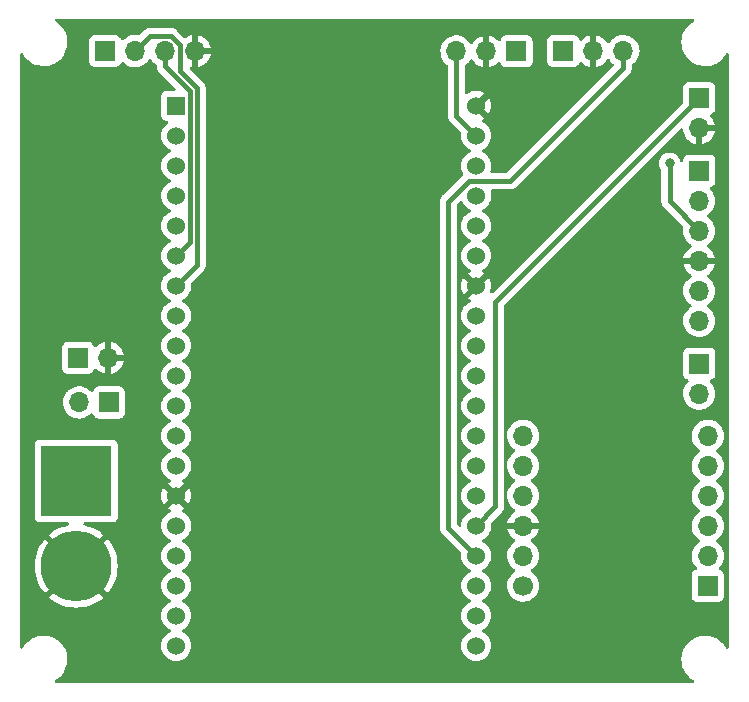
<source format=gbr>
%TF.GenerationSoftware,KiCad,Pcbnew,(6.0.9)*%
%TF.CreationDate,2023-05-11T13:54:47+10:00*%
%TF.ProjectId,Rescue Line,52657363-7565-4204-9c69-6e652e6b6963,rev?*%
%TF.SameCoordinates,Original*%
%TF.FileFunction,Copper,L2,Bot*%
%TF.FilePolarity,Positive*%
%FSLAX46Y46*%
G04 Gerber Fmt 4.6, Leading zero omitted, Abs format (unit mm)*
G04 Created by KiCad (PCBNEW (6.0.9)) date 2023-05-11 13:54:47*
%MOMM*%
%LPD*%
G01*
G04 APERTURE LIST*
%TA.AperFunction,ComponentPad*%
%ADD10R,1.700000X1.700000*%
%TD*%
%TA.AperFunction,ComponentPad*%
%ADD11O,1.700000X1.700000*%
%TD*%
%TA.AperFunction,ComponentPad*%
%ADD12R,1.530000X1.530000*%
%TD*%
%TA.AperFunction,ComponentPad*%
%ADD13C,1.530000*%
%TD*%
%TA.AperFunction,ComponentPad*%
%ADD14C,1.700000*%
%TD*%
%TA.AperFunction,ComponentPad*%
%ADD15C,6.000000*%
%TD*%
%TA.AperFunction,ComponentPad*%
%ADD16R,6.000000X6.000000*%
%TD*%
%TA.AperFunction,ViaPad*%
%ADD17C,0.600000*%
%TD*%
%TA.AperFunction,ViaPad*%
%ADD18C,0.800000*%
%TD*%
%TA.AperFunction,Conductor*%
%ADD19C,0.400000*%
%TD*%
G04 APERTURE END LIST*
D10*
%TO.P,J3,1,Pin_1*%
%TO.N,+5V*%
X148025000Y-70275000D03*
D11*
%TO.P,J3,2,Pin_2*%
%TO.N,GND*%
X145485000Y-70275000D03*
%TO.P,J3,3,Pin_3*%
%TO.N,/COLOUR2*%
X142945000Y-70275000D03*
%TD*%
D10*
%TO.P,J6,1,Pin_1*%
%TO.N,/MOT1A*%
X163500000Y-80380000D03*
D11*
%TO.P,J6,2,Pin_2*%
%TO.N,/MOT1B*%
X163500000Y-82920000D03*
%TO.P,J6,3,Pin_3*%
%TO.N,+5V*%
X163500000Y-85460000D03*
%TO.P,J6,4,Pin_4*%
%TO.N,GND*%
X163500000Y-88000000D03*
%TO.P,J6,5,Pin_5*%
%TO.N,/MOT2A*%
X163500000Y-90540000D03*
%TO.P,J6,6,Pin_6*%
%TO.N,/MOT2B*%
X163500000Y-93080000D03*
%TD*%
D12*
%TO.P,U2,1,3V3*%
%TO.N,+3.3V*%
X119225000Y-74870000D03*
D13*
%TO.P,U2,2,EN*%
%TO.N,unconnected-(U2-Pad2)*%
X119225000Y-77410000D03*
%TO.P,U2,3,SENSOR_VP*%
%TO.N,unconnected-(U2-Pad3)*%
X119225000Y-79950000D03*
%TO.P,U2,4,SENSOR_VN*%
%TO.N,unconnected-(U2-Pad4)*%
X119225000Y-82490000D03*
%TO.P,U2,5,IO34*%
%TO.N,unconnected-(U2-Pad5)*%
X119225000Y-85030000D03*
%TO.P,U2,6,IO35*%
%TO.N,/UECHO*%
X119225000Y-87570000D03*
%TO.P,U2,7,IO32*%
%TO.N,/UTRIG*%
X119225000Y-90110000D03*
%TO.P,U2,8,IO33*%
%TO.N,/MOT1A*%
X119225000Y-92650000D03*
%TO.P,U2,9,IO25*%
%TO.N,/MOT1B*%
X119225000Y-95190000D03*
%TO.P,U2,10,IO26*%
%TO.N,/MOT2A*%
X119225000Y-97730000D03*
%TO.P,U2,11,IO27*%
%TO.N,/MOT2B*%
X119225000Y-100270000D03*
%TO.P,U2,12,IO14*%
%TO.N,/MOT3A*%
X119225000Y-102810000D03*
%TO.P,U2,13,IO12*%
%TO.N,/MOT3B*%
X119225000Y-105350000D03*
%TO.P,U2,14,GND1*%
%TO.N,GND*%
X119225000Y-107890000D03*
%TO.P,U2,15,IO13*%
%TO.N,unconnected-(U2-Pad15)*%
X119225000Y-110430000D03*
%TO.P,U2,16,SD2*%
%TO.N,unconnected-(U2-Pad16)*%
X119225000Y-112970000D03*
%TO.P,U2,17,SD3*%
%TO.N,unconnected-(U2-Pad17)*%
X119225000Y-115510000D03*
%TO.P,U2,18,CMD*%
%TO.N,unconnected-(U2-Pad18)*%
X119225000Y-118050000D03*
%TO.P,U2,19,EXT_5V*%
%TO.N,+5V*%
X119225000Y-120590000D03*
%TO.P,U2,20,CLK*%
%TO.N,unconnected-(U2-Pad20)*%
X144625000Y-120590000D03*
%TO.P,U2,21,SD0*%
%TO.N,unconnected-(U2-Pad21)*%
X144625000Y-118050000D03*
%TO.P,U2,22,SD1*%
%TO.N,unconnected-(U2-Pad22)*%
X144625000Y-115510000D03*
%TO.P,U2,23,IO15*%
%TO.N,/COLOUR1*%
X144625000Y-112970000D03*
%TO.P,U2,24,IO2*%
%TO.N,/MSERVO*%
X144625000Y-110430000D03*
%TO.P,U2,25,IO0*%
%TO.N,unconnected-(U2-Pad25)*%
X144625000Y-107890000D03*
%TO.P,U2,26,IO4*%
%TO.N,unconnected-(U2-Pad26)*%
X144625000Y-105350000D03*
%TO.P,U2,27,IO16*%
%TO.N,unconnected-(U2-Pad27)*%
X144625000Y-102810000D03*
%TO.P,U2,28,IO17*%
%TO.N,unconnected-(U2-Pad28)*%
X144625000Y-100270000D03*
%TO.P,U2,29,IO5*%
%TO.N,unconnected-(U2-Pad29)*%
X144625000Y-97730000D03*
%TO.P,U2,30,IO18*%
%TO.N,unconnected-(U2-Pad30)*%
X144625000Y-95190000D03*
%TO.P,U2,31,IO19*%
%TO.N,unconnected-(U2-Pad31)*%
X144625000Y-92650000D03*
%TO.P,U2,32,GND2*%
%TO.N,GND*%
X144625000Y-90110000D03*
%TO.P,U2,33,IO21*%
%TO.N,unconnected-(U2-Pad33)*%
X144625000Y-87570000D03*
%TO.P,U2,34,RXD0*%
%TO.N,unconnected-(U2-Pad34)*%
X144625000Y-85030000D03*
%TO.P,U2,35,TXD0*%
%TO.N,unconnected-(U2-Pad35)*%
X144625000Y-82490000D03*
%TO.P,U2,36,IO22*%
%TO.N,unconnected-(U2-Pad36)*%
X144625000Y-79950000D03*
%TO.P,U2,37,IO23*%
%TO.N,/COLOUR2*%
X144625000Y-77410000D03*
%TO.P,U2,38,GND3*%
%TO.N,GND*%
X144625000Y-74870000D03*
%TD*%
D10*
%TO.P,J8,1,Pin_1*%
%TO.N,/MSERVO*%
X163500000Y-74230000D03*
D11*
%TO.P,J8,2,Pin_2*%
%TO.N,GND*%
X163500000Y-76770000D03*
%TD*%
%TO.P,U3,12,AIN1*%
%TO.N,/MOT3A*%
X148585000Y-102805000D03*
%TO.P,U3,11,AIN2*%
%TO.N,/MOT3B*%
X148585000Y-105345000D03*
%TO.P,U3,10,VM*%
%TO.N,+12V*%
X148585000Y-107885000D03*
%TO.P,U3,9,GND*%
%TO.N,GND*%
X148585000Y-110425000D03*
%TO.P,U3,8,BIN1*%
%TO.N,unconnected-(U3-Pad8)*%
X148585000Y-112965000D03*
D14*
%TO.P,U3,7,BIN2*%
%TO.N,unconnected-(U3-Pad7)*%
X148585000Y-115505000D03*
D11*
%TO.P,U3,6,nFAULT*%
%TO.N,unconnected-(U3-Pad6)*%
X164225000Y-102815000D03*
%TO.P,U3,5,BOUT2*%
%TO.N,unconnected-(U3-Pad5)*%
X164225000Y-105355000D03*
%TO.P,U3,4,BOUT1*%
%TO.N,unconnected-(U3-Pad4)*%
X164225000Y-107895000D03*
%TO.P,U3,3,AOUT2*%
%TO.N,Net-(J7-Pad2)*%
X164225000Y-110435000D03*
%TO.P,U3,2,AOUT1*%
%TO.N,Net-(J7-Pad1)*%
X164225000Y-112975000D03*
D10*
%TO.P,U3,1,nSLEEP*%
%TO.N,unconnected-(U3-Pad1)*%
X164225000Y-115515000D03*
%TD*%
D15*
%TO.P,J5,N,NEG*%
%TO.N,GND*%
X110750000Y-113850000D03*
D16*
%TO.P,J5,P,POS*%
%TO.N,Net-(J5-PadP)*%
X110750000Y-106650000D03*
%TD*%
D10*
%TO.P,J2,1,Pin_1*%
%TO.N,+5V*%
X152000000Y-70250000D03*
D11*
%TO.P,J2,2,Pin_2*%
%TO.N,GND*%
X154540000Y-70250000D03*
%TO.P,J2,3,Pin_3*%
%TO.N,/COLOUR1*%
X157080000Y-70250000D03*
%TD*%
D10*
%TO.P,J1,1,Pin_1*%
%TO.N,+12V*%
X110905000Y-96218500D03*
D11*
%TO.P,J1,2,Pin_2*%
%TO.N,GND*%
X113445000Y-96218500D03*
%TD*%
D10*
%TO.P,J9,1,Pin_1*%
%TO.N,Net-(J5-PadP)*%
X113525000Y-100000000D03*
D11*
%TO.P,J9,2,Pin_2*%
%TO.N,+12V*%
X110985000Y-100000000D03*
%TD*%
D10*
%TO.P,J4,1,Pin_1*%
%TO.N,+5V*%
X113200000Y-70250000D03*
D11*
%TO.P,J4,2,Pin_2*%
%TO.N,/UTRIG*%
X115740000Y-70250000D03*
%TO.P,J4,3,Pin_3*%
%TO.N,/UECHO*%
X118280000Y-70250000D03*
%TO.P,J4,4,Pin_4*%
%TO.N,GND*%
X120820000Y-70250000D03*
%TD*%
D10*
%TO.P,J7,1,Pin_1*%
%TO.N,Net-(J7-Pad1)*%
X163500000Y-96705000D03*
D11*
%TO.P,J7,2,Pin_2*%
%TO.N,Net-(J7-Pad2)*%
X163500000Y-99245000D03*
%TD*%
D17*
%TO.N,GND*%
X114750500Y-94100500D03*
X107500000Y-91750000D03*
D18*
%TO.N,+5V*%
X161000000Y-79750000D03*
%TD*%
D19*
%TO.N,/COLOUR1*%
X143983720Y-81250000D02*
X142250000Y-82983720D01*
X142250000Y-110595000D02*
X144625000Y-112970000D01*
X147500000Y-81250000D02*
X143983720Y-81250000D01*
X157080000Y-71670000D02*
X147500000Y-81250000D01*
X142250000Y-82983720D02*
X142250000Y-110595000D01*
X157080000Y-70250000D02*
X157080000Y-71670000D01*
%TO.N,+5V*%
X161000000Y-79750000D02*
X161000000Y-82960000D01*
X161000000Y-82960000D02*
X163500000Y-85460000D01*
%TO.N,/COLOUR2*%
X142945000Y-75730000D02*
X144625000Y-77410000D01*
X142970000Y-70300000D02*
X142945000Y-70325000D01*
X142945000Y-70325000D02*
X142945000Y-75730000D01*
%TO.N,/UTRIG*%
X121000000Y-88335000D02*
X119225000Y-90110000D01*
X119549264Y-69751497D02*
X119549264Y-71950736D01*
X119549264Y-71950736D02*
X121000000Y-73401472D01*
X121000000Y-73401472D02*
X121000000Y-88335000D01*
X115740000Y-70250000D02*
X116990000Y-69000000D01*
X116990000Y-69000000D02*
X118797767Y-69000000D01*
X118797767Y-69000000D02*
X119549264Y-69751497D01*
%TO.N,/UECHO*%
X120390000Y-73640000D02*
X118280000Y-71530000D01*
X119225000Y-87570000D02*
X120390000Y-86405000D01*
X120390000Y-86405000D02*
X120390000Y-73640000D01*
X118280000Y-71530000D02*
X118280000Y-70250000D01*
%TO.N,/MSERVO*%
X144625000Y-110430000D02*
X146250000Y-108805000D01*
X146250000Y-91480000D02*
X163500000Y-74230000D01*
X146250000Y-108805000D02*
X146250000Y-91480000D01*
%TD*%
%TA.AperFunction,Conductor*%
%TO.N,GND*%
G36*
X163028651Y-67528502D02*
G01*
X163075144Y-67582158D01*
X163085248Y-67652432D01*
X163055754Y-67717012D01*
X163025236Y-67742616D01*
X162854725Y-67844664D01*
X162854721Y-67844667D01*
X162851043Y-67846868D01*
X162637318Y-68018094D01*
X162448808Y-68216742D01*
X162289002Y-68439136D01*
X162160857Y-68681161D01*
X162159385Y-68685184D01*
X162159383Y-68685188D01*
X162069037Y-68932069D01*
X162066743Y-68938337D01*
X162008404Y-69205907D01*
X162008068Y-69210177D01*
X161989381Y-69447617D01*
X161986917Y-69478918D01*
X161987334Y-69486156D01*
X162002682Y-69752320D01*
X162055405Y-70021053D01*
X162056792Y-70025103D01*
X162056793Y-70025108D01*
X162142723Y-70276088D01*
X162144112Y-70280144D01*
X162173238Y-70338054D01*
X162242837Y-70476437D01*
X162267160Y-70524799D01*
X162269586Y-70528328D01*
X162269589Y-70528334D01*
X162358459Y-70657639D01*
X162422274Y-70750490D01*
X162425161Y-70753663D01*
X162425162Y-70753664D01*
X162567286Y-70909857D01*
X162606582Y-70953043D01*
X162609877Y-70955798D01*
X162609878Y-70955799D01*
X162654382Y-70993010D01*
X162816675Y-71128707D01*
X162820316Y-71130991D01*
X163045024Y-71271951D01*
X163045028Y-71271953D01*
X163048664Y-71274234D01*
X163116544Y-71304883D01*
X163294345Y-71385164D01*
X163294349Y-71385166D01*
X163298257Y-71386930D01*
X163314131Y-71391632D01*
X163556723Y-71463491D01*
X163556727Y-71463492D01*
X163560836Y-71464709D01*
X163565070Y-71465357D01*
X163565075Y-71465358D01*
X163827298Y-71505483D01*
X163827300Y-71505483D01*
X163831540Y-71506132D01*
X163970912Y-71508322D01*
X164101071Y-71510367D01*
X164101077Y-71510367D01*
X164105362Y-71510434D01*
X164377235Y-71477534D01*
X164642127Y-71408041D01*
X164646087Y-71406401D01*
X164646092Y-71406399D01*
X164790205Y-71346705D01*
X164895136Y-71303241D01*
X165067602Y-71202460D01*
X165127879Y-71167237D01*
X165127880Y-71167236D01*
X165131582Y-71165073D01*
X165347089Y-70996094D01*
X165364692Y-70977930D01*
X165534686Y-70802509D01*
X165537669Y-70799431D01*
X165540202Y-70795983D01*
X165540206Y-70795978D01*
X165697257Y-70582178D01*
X165699795Y-70578723D01*
X165708295Y-70563069D01*
X165754769Y-70477474D01*
X165804852Y-70427152D01*
X165874190Y-70411896D01*
X165940769Y-70436549D01*
X165983451Y-70493283D01*
X165991500Y-70537596D01*
X165991500Y-120710393D01*
X165971498Y-120778514D01*
X165917842Y-120825007D01*
X165847568Y-120835111D01*
X165782988Y-120805617D01*
X165753534Y-120768183D01*
X165723978Y-120710919D01*
X165723978Y-120710918D01*
X165722013Y-120707112D01*
X165712040Y-120692921D01*
X165567008Y-120486562D01*
X165564545Y-120483057D01*
X165457641Y-120368014D01*
X165381046Y-120285588D01*
X165381043Y-120285585D01*
X165378125Y-120282445D01*
X165374810Y-120279731D01*
X165374806Y-120279728D01*
X165169523Y-120111706D01*
X165166205Y-120108990D01*
X164932704Y-119965901D01*
X164928768Y-119964173D01*
X164685873Y-119857549D01*
X164685869Y-119857548D01*
X164681945Y-119855825D01*
X164418566Y-119780800D01*
X164414324Y-119780196D01*
X164414318Y-119780195D01*
X164213834Y-119751662D01*
X164147443Y-119742213D01*
X164003589Y-119741460D01*
X163877877Y-119740802D01*
X163877871Y-119740802D01*
X163873591Y-119740780D01*
X163869347Y-119741339D01*
X163869343Y-119741339D01*
X163750302Y-119757011D01*
X163602078Y-119776525D01*
X163597938Y-119777658D01*
X163597936Y-119777658D01*
X163525008Y-119797609D01*
X163337928Y-119848788D01*
X163333980Y-119850472D01*
X163089982Y-119954546D01*
X163089978Y-119954548D01*
X163086030Y-119956232D01*
X163066125Y-119968145D01*
X162854725Y-120094664D01*
X162854721Y-120094667D01*
X162851043Y-120096868D01*
X162637318Y-120268094D01*
X162448808Y-120466742D01*
X162289002Y-120689136D01*
X162160857Y-120931161D01*
X162159385Y-120935184D01*
X162159383Y-120935188D01*
X162116872Y-121051355D01*
X162066743Y-121188337D01*
X162008404Y-121455907D01*
X161986917Y-121728918D01*
X161987334Y-121736156D01*
X162002682Y-122002320D01*
X162055405Y-122271053D01*
X162056792Y-122275103D01*
X162056793Y-122275108D01*
X162142723Y-122526088D01*
X162144112Y-122530144D01*
X162173238Y-122588054D01*
X162242837Y-122726437D01*
X162267160Y-122774799D01*
X162269586Y-122778328D01*
X162269589Y-122778334D01*
X162419843Y-122996953D01*
X162422274Y-123000490D01*
X162606582Y-123203043D01*
X162816675Y-123378707D01*
X162820316Y-123380991D01*
X163024001Y-123508763D01*
X163071079Y-123561906D01*
X163081951Y-123632065D01*
X163053167Y-123696965D01*
X162993864Y-123736000D01*
X162957045Y-123741500D01*
X109038332Y-123741500D01*
X108970211Y-123721498D01*
X108923718Y-123667842D01*
X108913614Y-123597568D01*
X108943108Y-123532988D01*
X108974761Y-123506712D01*
X109127879Y-123417237D01*
X109127880Y-123417236D01*
X109131582Y-123415073D01*
X109347089Y-123246094D01*
X109388809Y-123203043D01*
X109534686Y-123052509D01*
X109537669Y-123049431D01*
X109540202Y-123045983D01*
X109540206Y-123045978D01*
X109697257Y-122832178D01*
X109699795Y-122828723D01*
X109727154Y-122778334D01*
X109828418Y-122591830D01*
X109828419Y-122591828D01*
X109830468Y-122588054D01*
X109927269Y-122331877D01*
X109968173Y-122153279D01*
X109987449Y-122069117D01*
X109987450Y-122069113D01*
X109988407Y-122064933D01*
X109991349Y-122031975D01*
X110012531Y-121794627D01*
X110012531Y-121794625D01*
X110012751Y-121792161D01*
X110013193Y-121750000D01*
X110001089Y-121572443D01*
X109994859Y-121481055D01*
X109994858Y-121481049D01*
X109994567Y-121476778D01*
X109981901Y-121415614D01*
X109939901Y-121212809D01*
X109939032Y-121208612D01*
X109847617Y-120950465D01*
X109722013Y-120707112D01*
X109712040Y-120692921D01*
X109639706Y-120590000D01*
X117946635Y-120590000D01*
X117966056Y-120811986D01*
X118023730Y-121027227D01*
X118026052Y-121032208D01*
X118026053Y-121032209D01*
X118115577Y-121224195D01*
X118115580Y-121224200D01*
X118117903Y-121229182D01*
X118245716Y-121411717D01*
X118403283Y-121569284D01*
X118585817Y-121697097D01*
X118590799Y-121699420D01*
X118590804Y-121699423D01*
X118782791Y-121788947D01*
X118787773Y-121791270D01*
X118793081Y-121792692D01*
X118793083Y-121792693D01*
X118800301Y-121794627D01*
X119003014Y-121848944D01*
X119225000Y-121868365D01*
X119446986Y-121848944D01*
X119649699Y-121794627D01*
X119656917Y-121792693D01*
X119656919Y-121792692D01*
X119662227Y-121791270D01*
X119667209Y-121788947D01*
X119859196Y-121699423D01*
X119859201Y-121699420D01*
X119864183Y-121697097D01*
X120046717Y-121569284D01*
X120204284Y-121411717D01*
X120332097Y-121229182D01*
X120334420Y-121224200D01*
X120334423Y-121224195D01*
X120423947Y-121032209D01*
X120423948Y-121032208D01*
X120426270Y-121027227D01*
X120483944Y-120811986D01*
X120503365Y-120590000D01*
X120483944Y-120368014D01*
X120426270Y-120152773D01*
X120400201Y-120096868D01*
X120334423Y-119955805D01*
X120334420Y-119955800D01*
X120332097Y-119950818D01*
X120212625Y-119780195D01*
X120207443Y-119772794D01*
X120207441Y-119772791D01*
X120204284Y-119768283D01*
X120046717Y-119610716D01*
X119864183Y-119482903D01*
X119859201Y-119480580D01*
X119859196Y-119480577D01*
X119759728Y-119434195D01*
X119706443Y-119387278D01*
X119686982Y-119319001D01*
X119707524Y-119251041D01*
X119759728Y-119205805D01*
X119859196Y-119159423D01*
X119859201Y-119159420D01*
X119864183Y-119157097D01*
X120046717Y-119029284D01*
X120204284Y-118871717D01*
X120332097Y-118689182D01*
X120334420Y-118684200D01*
X120334423Y-118684195D01*
X120423947Y-118492209D01*
X120423948Y-118492208D01*
X120426270Y-118487227D01*
X120483944Y-118271986D01*
X120503365Y-118050000D01*
X120483944Y-117828014D01*
X120426270Y-117612773D01*
X120423947Y-117607791D01*
X120334423Y-117415805D01*
X120334420Y-117415800D01*
X120332097Y-117410818D01*
X120204284Y-117228283D01*
X120046717Y-117070716D01*
X120028015Y-117057620D01*
X119966890Y-117014820D01*
X119864183Y-116942903D01*
X119859201Y-116940580D01*
X119859196Y-116940577D01*
X119759728Y-116894195D01*
X119706443Y-116847278D01*
X119686982Y-116779001D01*
X119707524Y-116711041D01*
X119759728Y-116665805D01*
X119859196Y-116619423D01*
X119859201Y-116619420D01*
X119864183Y-116617097D01*
X120025605Y-116504067D01*
X120042206Y-116492443D01*
X120042208Y-116492441D01*
X120046717Y-116489284D01*
X120204284Y-116331717D01*
X120332097Y-116149182D01*
X120334420Y-116144200D01*
X120334423Y-116144195D01*
X120423947Y-115952209D01*
X120423948Y-115952208D01*
X120426270Y-115947227D01*
X120434256Y-115917425D01*
X120482520Y-115737299D01*
X120483944Y-115731986D01*
X120503365Y-115510000D01*
X120483944Y-115288014D01*
X120426270Y-115072773D01*
X120360780Y-114932328D01*
X120334423Y-114875805D01*
X120334420Y-114875800D01*
X120332097Y-114870818D01*
X120204284Y-114688283D01*
X120046717Y-114530716D01*
X120019803Y-114511870D01*
X119966890Y-114474820D01*
X119864183Y-114402903D01*
X119859201Y-114400580D01*
X119859196Y-114400577D01*
X119759728Y-114354195D01*
X119706443Y-114307278D01*
X119686982Y-114239001D01*
X119707524Y-114171041D01*
X119759728Y-114125805D01*
X119859196Y-114079423D01*
X119859201Y-114079420D01*
X119864183Y-114077097D01*
X120046717Y-113949284D01*
X120204284Y-113791717D01*
X120332097Y-113609182D01*
X120334420Y-113604200D01*
X120334423Y-113604195D01*
X120423947Y-113412209D01*
X120423948Y-113412208D01*
X120426270Y-113407227D01*
X120432859Y-113382639D01*
X120482520Y-113197299D01*
X120483944Y-113191986D01*
X120503365Y-112970000D01*
X120483944Y-112748014D01*
X120445480Y-112604464D01*
X120427693Y-112538083D01*
X120427692Y-112538081D01*
X120426270Y-112532773D01*
X120372879Y-112418275D01*
X120334423Y-112335805D01*
X120334420Y-112335800D01*
X120332097Y-112330818D01*
X120204284Y-112148283D01*
X120046717Y-111990716D01*
X120024056Y-111974848D01*
X119966890Y-111934820D01*
X119864183Y-111862903D01*
X119859201Y-111860580D01*
X119859196Y-111860577D01*
X119759728Y-111814195D01*
X119706443Y-111767278D01*
X119686982Y-111699001D01*
X119707524Y-111631041D01*
X119759728Y-111585805D01*
X119859196Y-111539423D01*
X119859201Y-111539420D01*
X119864183Y-111537097D01*
X120046717Y-111409284D01*
X120204284Y-111251717D01*
X120216901Y-111233699D01*
X120302923Y-111110846D01*
X120332097Y-111069182D01*
X120334420Y-111064200D01*
X120334423Y-111064195D01*
X120423947Y-110872209D01*
X120423948Y-110872208D01*
X120426270Y-110867227D01*
X120428262Y-110859795D01*
X120466272Y-110717939D01*
X120483944Y-110651986D01*
X120485662Y-110632352D01*
X141537275Y-110632352D01*
X141538580Y-110639829D01*
X141538580Y-110639830D01*
X141548261Y-110695299D01*
X141549223Y-110701821D01*
X141556898Y-110765242D01*
X141559581Y-110772343D01*
X141560222Y-110774952D01*
X141564685Y-110791262D01*
X141565450Y-110793798D01*
X141566757Y-110801284D01*
X141578242Y-110827446D01*
X141592442Y-110859795D01*
X141594933Y-110865899D01*
X141617513Y-110925656D01*
X141621817Y-110931919D01*
X141623054Y-110934285D01*
X141631299Y-110949097D01*
X141632632Y-110951351D01*
X141635685Y-110958305D01*
X141640307Y-110964328D01*
X141674579Y-111008991D01*
X141678459Y-111014332D01*
X141710339Y-111060720D01*
X141710344Y-111060725D01*
X141714643Y-111066981D01*
X141720313Y-111072032D01*
X141720314Y-111072034D01*
X141761170Y-111108435D01*
X141766446Y-111113416D01*
X143327324Y-112674294D01*
X143361350Y-112736606D01*
X143363750Y-112774370D01*
X143346635Y-112970000D01*
X143366056Y-113191986D01*
X143367480Y-113197299D01*
X143417142Y-113382639D01*
X143423730Y-113407227D01*
X143426052Y-113412208D01*
X143426053Y-113412209D01*
X143515577Y-113604195D01*
X143515580Y-113604200D01*
X143517903Y-113609182D01*
X143645716Y-113791717D01*
X143803283Y-113949284D01*
X143985817Y-114077097D01*
X143990802Y-114079421D01*
X143990808Y-114079425D01*
X144090272Y-114125805D01*
X144143558Y-114172722D01*
X144163019Y-114240999D01*
X144142478Y-114308959D01*
X144090273Y-114354195D01*
X143990805Y-114400577D01*
X143990800Y-114400580D01*
X143985818Y-114402903D01*
X143883608Y-114474472D01*
X143830198Y-114511870D01*
X143803283Y-114530716D01*
X143645716Y-114688283D01*
X143517903Y-114870818D01*
X143515580Y-114875800D01*
X143515577Y-114875805D01*
X143489220Y-114932328D01*
X143423730Y-115072773D01*
X143366056Y-115288014D01*
X143346635Y-115510000D01*
X143366056Y-115731986D01*
X143367480Y-115737299D01*
X143415745Y-115917425D01*
X143423730Y-115947227D01*
X143426052Y-115952208D01*
X143426053Y-115952209D01*
X143515577Y-116144195D01*
X143515580Y-116144200D01*
X143517903Y-116149182D01*
X143645716Y-116331717D01*
X143803283Y-116489284D01*
X143807792Y-116492441D01*
X143807794Y-116492443D01*
X143824395Y-116504067D01*
X143985817Y-116617097D01*
X143990802Y-116619421D01*
X143990808Y-116619425D01*
X144090272Y-116665805D01*
X144143558Y-116712722D01*
X144163019Y-116780999D01*
X144142478Y-116848959D01*
X144090273Y-116894195D01*
X143990805Y-116940577D01*
X143990800Y-116940580D01*
X143985818Y-116942903D01*
X143803283Y-117070716D01*
X143645716Y-117228283D01*
X143517903Y-117410818D01*
X143515580Y-117415800D01*
X143515577Y-117415805D01*
X143426053Y-117607791D01*
X143423730Y-117612773D01*
X143366056Y-117828014D01*
X143346635Y-118050000D01*
X143366056Y-118271986D01*
X143423730Y-118487227D01*
X143426052Y-118492208D01*
X143426053Y-118492209D01*
X143515577Y-118684195D01*
X143515580Y-118684200D01*
X143517903Y-118689182D01*
X143645716Y-118871717D01*
X143803283Y-119029284D01*
X143985817Y-119157097D01*
X143990802Y-119159421D01*
X143990808Y-119159425D01*
X144090272Y-119205805D01*
X144143558Y-119252722D01*
X144163019Y-119320999D01*
X144142478Y-119388959D01*
X144090273Y-119434195D01*
X143990805Y-119480577D01*
X143990800Y-119480580D01*
X143985818Y-119482903D01*
X143803283Y-119610716D01*
X143645716Y-119768283D01*
X143642559Y-119772791D01*
X143642557Y-119772794D01*
X143637375Y-119780195D01*
X143517903Y-119950818D01*
X143515580Y-119955800D01*
X143515577Y-119955805D01*
X143449799Y-120096868D01*
X143423730Y-120152773D01*
X143366056Y-120368014D01*
X143346635Y-120590000D01*
X143366056Y-120811986D01*
X143423730Y-121027227D01*
X143426052Y-121032208D01*
X143426053Y-121032209D01*
X143515577Y-121224195D01*
X143515580Y-121224200D01*
X143517903Y-121229182D01*
X143645716Y-121411717D01*
X143803283Y-121569284D01*
X143985817Y-121697097D01*
X143990799Y-121699420D01*
X143990804Y-121699423D01*
X144182791Y-121788947D01*
X144187773Y-121791270D01*
X144193081Y-121792692D01*
X144193083Y-121792693D01*
X144200301Y-121794627D01*
X144403014Y-121848944D01*
X144625000Y-121868365D01*
X144846986Y-121848944D01*
X145049699Y-121794627D01*
X145056917Y-121792693D01*
X145056919Y-121792692D01*
X145062227Y-121791270D01*
X145067209Y-121788947D01*
X145259196Y-121699423D01*
X145259201Y-121699420D01*
X145264183Y-121697097D01*
X145446717Y-121569284D01*
X145604284Y-121411717D01*
X145732097Y-121229182D01*
X145734420Y-121224200D01*
X145734423Y-121224195D01*
X145823947Y-121032209D01*
X145823948Y-121032208D01*
X145826270Y-121027227D01*
X145883944Y-120811986D01*
X145903365Y-120590000D01*
X145883944Y-120368014D01*
X145826270Y-120152773D01*
X145800201Y-120096868D01*
X145734423Y-119955805D01*
X145734420Y-119955800D01*
X145732097Y-119950818D01*
X145612625Y-119780195D01*
X145607443Y-119772794D01*
X145607441Y-119772791D01*
X145604284Y-119768283D01*
X145446717Y-119610716D01*
X145264183Y-119482903D01*
X145259201Y-119480580D01*
X145259196Y-119480577D01*
X145159728Y-119434195D01*
X145106443Y-119387278D01*
X145086982Y-119319001D01*
X145107524Y-119251041D01*
X145159728Y-119205805D01*
X145259196Y-119159423D01*
X145259201Y-119159420D01*
X145264183Y-119157097D01*
X145446717Y-119029284D01*
X145604284Y-118871717D01*
X145732097Y-118689182D01*
X145734420Y-118684200D01*
X145734423Y-118684195D01*
X145823947Y-118492209D01*
X145823948Y-118492208D01*
X145826270Y-118487227D01*
X145883944Y-118271986D01*
X145903365Y-118050000D01*
X145883944Y-117828014D01*
X145826270Y-117612773D01*
X145823947Y-117607791D01*
X145734423Y-117415805D01*
X145734420Y-117415800D01*
X145732097Y-117410818D01*
X145604284Y-117228283D01*
X145446717Y-117070716D01*
X145428015Y-117057620D01*
X145366890Y-117014820D01*
X145264183Y-116942903D01*
X145259201Y-116940580D01*
X145259196Y-116940577D01*
X145159728Y-116894195D01*
X145106443Y-116847278D01*
X145086982Y-116779001D01*
X145107524Y-116711041D01*
X145159728Y-116665805D01*
X145259196Y-116619423D01*
X145259201Y-116619420D01*
X145264183Y-116617097D01*
X145425605Y-116504067D01*
X145442206Y-116492443D01*
X145442208Y-116492441D01*
X145446717Y-116489284D01*
X145604284Y-116331717D01*
X145732097Y-116149182D01*
X145734420Y-116144200D01*
X145734423Y-116144195D01*
X145823947Y-115952209D01*
X145823948Y-115952208D01*
X145826270Y-115947227D01*
X145834256Y-115917425D01*
X145882520Y-115737299D01*
X145883944Y-115731986D01*
X145903365Y-115510000D01*
X145900014Y-115471695D01*
X147222251Y-115471695D01*
X147222548Y-115476848D01*
X147222548Y-115476851D01*
X147228011Y-115571590D01*
X147235110Y-115694715D01*
X147236247Y-115699761D01*
X147236248Y-115699767D01*
X147244707Y-115737299D01*
X147284222Y-115912639D01*
X147368266Y-116119616D01*
X147484987Y-116310088D01*
X147631250Y-116478938D01*
X147707846Y-116542529D01*
X147797664Y-116617097D01*
X147803126Y-116621632D01*
X147996000Y-116734338D01*
X148204692Y-116814030D01*
X148209760Y-116815061D01*
X148209763Y-116815062D01*
X148317017Y-116836883D01*
X148423597Y-116858567D01*
X148428772Y-116858757D01*
X148428774Y-116858757D01*
X148641673Y-116866564D01*
X148641677Y-116866564D01*
X148646837Y-116866753D01*
X148651957Y-116866097D01*
X148651959Y-116866097D01*
X148863288Y-116839025D01*
X148863289Y-116839025D01*
X148868416Y-116838368D01*
X148873366Y-116836883D01*
X149077429Y-116775661D01*
X149077434Y-116775659D01*
X149082384Y-116774174D01*
X149282994Y-116675896D01*
X149464860Y-116546173D01*
X149494816Y-116516322D01*
X149619435Y-116392137D01*
X149623096Y-116388489D01*
X149682594Y-116305689D01*
X149750435Y-116211277D01*
X149753453Y-116207077D01*
X149779839Y-116153690D01*
X149850136Y-116011453D01*
X149850137Y-116011451D01*
X149852430Y-116006811D01*
X149917370Y-115793069D01*
X149946529Y-115571590D01*
X149948156Y-115505000D01*
X149929852Y-115282361D01*
X149875431Y-115065702D01*
X149786354Y-114860840D01*
X149665014Y-114673277D01*
X149514670Y-114508051D01*
X149510619Y-114504852D01*
X149510615Y-114504848D01*
X149343414Y-114372800D01*
X149343410Y-114372798D01*
X149339359Y-114369598D01*
X149298053Y-114346796D01*
X149248084Y-114296364D01*
X149233312Y-114226921D01*
X149258428Y-114160516D01*
X149285780Y-114133909D01*
X149352846Y-114086071D01*
X149464860Y-114006173D01*
X149623096Y-113848489D01*
X149682594Y-113765689D01*
X149750435Y-113671277D01*
X149753453Y-113667077D01*
X149779839Y-113613690D01*
X149850136Y-113471453D01*
X149850137Y-113471451D01*
X149852430Y-113466811D01*
X149917370Y-113253069D01*
X149946529Y-113031590D01*
X149946611Y-113028240D01*
X149948074Y-112968365D01*
X149948074Y-112968361D01*
X149948156Y-112965000D01*
X149946240Y-112941695D01*
X162862251Y-112941695D01*
X162862548Y-112946848D01*
X162862548Y-112946851D01*
X162868011Y-113041590D01*
X162875110Y-113164715D01*
X162876247Y-113169761D01*
X162876248Y-113169767D01*
X162895022Y-113253069D01*
X162924222Y-113382639D01*
X162985673Y-113533976D01*
X163002262Y-113574829D01*
X163008266Y-113589616D01*
X163124987Y-113780088D01*
X163271250Y-113948938D01*
X163275230Y-113952242D01*
X163279981Y-113956187D01*
X163319616Y-114015090D01*
X163321113Y-114086071D01*
X163283997Y-114146593D01*
X163243725Y-114171112D01*
X163181770Y-114194338D01*
X163128295Y-114214385D01*
X163011739Y-114301739D01*
X162924385Y-114418295D01*
X162873255Y-114554684D01*
X162866500Y-114616866D01*
X162866500Y-116413134D01*
X162873255Y-116475316D01*
X162924385Y-116611705D01*
X163011739Y-116728261D01*
X163128295Y-116815615D01*
X163264684Y-116866745D01*
X163326866Y-116873500D01*
X165123134Y-116873500D01*
X165185316Y-116866745D01*
X165321705Y-116815615D01*
X165438261Y-116728261D01*
X165525615Y-116611705D01*
X165576745Y-116475316D01*
X165583500Y-116413134D01*
X165583500Y-114616866D01*
X165576745Y-114554684D01*
X165525615Y-114418295D01*
X165438261Y-114301739D01*
X165321705Y-114214385D01*
X165268230Y-114194338D01*
X165203203Y-114169960D01*
X165146439Y-114127318D01*
X165121739Y-114060756D01*
X165136947Y-113991408D01*
X165158493Y-113962727D01*
X165259435Y-113862137D01*
X165263096Y-113858489D01*
X165267066Y-113852965D01*
X165390435Y-113681277D01*
X165393453Y-113677077D01*
X165398396Y-113667077D01*
X165490136Y-113481453D01*
X165490137Y-113481451D01*
X165492430Y-113476811D01*
X165557370Y-113263069D01*
X165586529Y-113041590D01*
X165588156Y-112975000D01*
X165569852Y-112752361D01*
X165515431Y-112535702D01*
X165426354Y-112330840D01*
X165305014Y-112143277D01*
X165154670Y-111978051D01*
X165150619Y-111974852D01*
X165150615Y-111974848D01*
X164983414Y-111842800D01*
X164983410Y-111842798D01*
X164979359Y-111839598D01*
X164938053Y-111816796D01*
X164888084Y-111766364D01*
X164873312Y-111696921D01*
X164898428Y-111630516D01*
X164925780Y-111603909D01*
X164987478Y-111559900D01*
X165104860Y-111476173D01*
X165263096Y-111318489D01*
X165273533Y-111303965D01*
X165390435Y-111141277D01*
X165393453Y-111137077D01*
X165428097Y-111066981D01*
X165490136Y-110941453D01*
X165490137Y-110941451D01*
X165492430Y-110936811D01*
X165546848Y-110757702D01*
X165555865Y-110728023D01*
X165555865Y-110728021D01*
X165557370Y-110723069D01*
X165586529Y-110501590D01*
X165586611Y-110498240D01*
X165588074Y-110438365D01*
X165588074Y-110438361D01*
X165588156Y-110435000D01*
X165569852Y-110212361D01*
X165515431Y-109995702D01*
X165426354Y-109790840D01*
X165305014Y-109603277D01*
X165154670Y-109438051D01*
X165150619Y-109434852D01*
X165150615Y-109434848D01*
X164983414Y-109302800D01*
X164983410Y-109302798D01*
X164979359Y-109299598D01*
X164938053Y-109276796D01*
X164888084Y-109226364D01*
X164873312Y-109156921D01*
X164898428Y-109090516D01*
X164925780Y-109063909D01*
X164989543Y-109018427D01*
X165104860Y-108936173D01*
X165128484Y-108912632D01*
X165259435Y-108782137D01*
X165263096Y-108778489D01*
X165267661Y-108772137D01*
X165390435Y-108601277D01*
X165393453Y-108597077D01*
X165398396Y-108587077D01*
X165490136Y-108401453D01*
X165490137Y-108401451D01*
X165492430Y-108396811D01*
X165535656Y-108254539D01*
X165555865Y-108188023D01*
X165555865Y-108188021D01*
X165557370Y-108183069D01*
X165586529Y-107961590D01*
X165588156Y-107895000D01*
X165569852Y-107672361D01*
X165515431Y-107455702D01*
X165426354Y-107250840D01*
X165305014Y-107063277D01*
X165154670Y-106898051D01*
X165150619Y-106894852D01*
X165150615Y-106894848D01*
X164983414Y-106762800D01*
X164983410Y-106762798D01*
X164979359Y-106759598D01*
X164938053Y-106736796D01*
X164888084Y-106686364D01*
X164873312Y-106616921D01*
X164898428Y-106550516D01*
X164925780Y-106523909D01*
X164969603Y-106492650D01*
X165104860Y-106396173D01*
X165263096Y-106238489D01*
X165267661Y-106232137D01*
X165390435Y-106061277D01*
X165393453Y-106057077D01*
X165398396Y-106047077D01*
X165490136Y-105861453D01*
X165490137Y-105861451D01*
X165492430Y-105856811D01*
X165557370Y-105643069D01*
X165586529Y-105421590D01*
X165588156Y-105355000D01*
X165569852Y-105132361D01*
X165515431Y-104915702D01*
X165426354Y-104710840D01*
X165305014Y-104523277D01*
X165154670Y-104358051D01*
X165150619Y-104354852D01*
X165150615Y-104354848D01*
X164983414Y-104222800D01*
X164983410Y-104222798D01*
X164979359Y-104219598D01*
X164938053Y-104196796D01*
X164888084Y-104146364D01*
X164873312Y-104076921D01*
X164898428Y-104010516D01*
X164925780Y-103983909D01*
X164969603Y-103952650D01*
X165104860Y-103856173D01*
X165263096Y-103698489D01*
X165267661Y-103692137D01*
X165390435Y-103521277D01*
X165393453Y-103517077D01*
X165398396Y-103507077D01*
X165490136Y-103321453D01*
X165490137Y-103321451D01*
X165492430Y-103316811D01*
X165557370Y-103103069D01*
X165586529Y-102881590D01*
X165588156Y-102815000D01*
X165569852Y-102592361D01*
X165515431Y-102375702D01*
X165426354Y-102170840D01*
X165305014Y-101983277D01*
X165154670Y-101818051D01*
X165150619Y-101814852D01*
X165150615Y-101814848D01*
X164983414Y-101682800D01*
X164983410Y-101682798D01*
X164979359Y-101679598D01*
X164967045Y-101672800D01*
X164850981Y-101608730D01*
X164783789Y-101571638D01*
X164778920Y-101569914D01*
X164778916Y-101569912D01*
X164578087Y-101498795D01*
X164578083Y-101498794D01*
X164573212Y-101497069D01*
X164568119Y-101496162D01*
X164568116Y-101496161D01*
X164358373Y-101458800D01*
X164358367Y-101458799D01*
X164353284Y-101457894D01*
X164279452Y-101456992D01*
X164135081Y-101455228D01*
X164135079Y-101455228D01*
X164129911Y-101455165D01*
X163909091Y-101488955D01*
X163696756Y-101558357D01*
X163666443Y-101574137D01*
X163599991Y-101608730D01*
X163498607Y-101661507D01*
X163494474Y-101664610D01*
X163494471Y-101664612D01*
X163328305Y-101789373D01*
X163319965Y-101795635D01*
X163165629Y-101957138D01*
X163162715Y-101961410D01*
X163162714Y-101961411D01*
X163154620Y-101973277D01*
X163039743Y-102141680D01*
X163024003Y-102175590D01*
X162948013Y-102339297D01*
X162945688Y-102344305D01*
X162885989Y-102559570D01*
X162862251Y-102781695D01*
X162862548Y-102786848D01*
X162862548Y-102786851D01*
X162868011Y-102881590D01*
X162875110Y-103004715D01*
X162876247Y-103009761D01*
X162876248Y-103009767D01*
X162895022Y-103093069D01*
X162924222Y-103222639D01*
X162962461Y-103316811D01*
X163002262Y-103414829D01*
X163008266Y-103429616D01*
X163010965Y-103434020D01*
X163115915Y-103605283D01*
X163124987Y-103620088D01*
X163271250Y-103788938D01*
X163443126Y-103931632D01*
X163499332Y-103964476D01*
X163516445Y-103974476D01*
X163565169Y-104026114D01*
X163578240Y-104095897D01*
X163551509Y-104161669D01*
X163511055Y-104195027D01*
X163498607Y-104201507D01*
X163494474Y-104204610D01*
X163494471Y-104204612D01*
X163328305Y-104329373D01*
X163319965Y-104335635D01*
X163165629Y-104497138D01*
X163162715Y-104501410D01*
X163162714Y-104501411D01*
X163154620Y-104513277D01*
X163039743Y-104681680D01*
X163024003Y-104715590D01*
X162948013Y-104879297D01*
X162945688Y-104884305D01*
X162885989Y-105099570D01*
X162862251Y-105321695D01*
X162862548Y-105326848D01*
X162862548Y-105326851D01*
X162868011Y-105421590D01*
X162875110Y-105544715D01*
X162876247Y-105549761D01*
X162876248Y-105549767D01*
X162895022Y-105633069D01*
X162924222Y-105762639D01*
X162962461Y-105856811D01*
X163002262Y-105954829D01*
X163008266Y-105969616D01*
X163124987Y-106160088D01*
X163271250Y-106328938D01*
X163443126Y-106471632D01*
X163499332Y-106504476D01*
X163516445Y-106514476D01*
X163565169Y-106566114D01*
X163578240Y-106635897D01*
X163551509Y-106701669D01*
X163511055Y-106735027D01*
X163498607Y-106741507D01*
X163494474Y-106744610D01*
X163494471Y-106744612D01*
X163328305Y-106869373D01*
X163319965Y-106875635D01*
X163165629Y-107037138D01*
X163162715Y-107041410D01*
X163162714Y-107041411D01*
X163154620Y-107053277D01*
X163039743Y-107221680D01*
X163024003Y-107255590D01*
X162948013Y-107419297D01*
X162945688Y-107424305D01*
X162885989Y-107639570D01*
X162862251Y-107861695D01*
X162862548Y-107866848D01*
X162862548Y-107866851D01*
X162868011Y-107961590D01*
X162875110Y-108084715D01*
X162876247Y-108089761D01*
X162876248Y-108089767D01*
X162895022Y-108173069D01*
X162924222Y-108302639D01*
X162962461Y-108396811D01*
X163002262Y-108494829D01*
X163008266Y-108509616D01*
X163124987Y-108700088D01*
X163271250Y-108868938D01*
X163443126Y-109011632D01*
X163466605Y-109025352D01*
X163516445Y-109054476D01*
X163565169Y-109106114D01*
X163578240Y-109175897D01*
X163551509Y-109241669D01*
X163511055Y-109275027D01*
X163498607Y-109281507D01*
X163494474Y-109284610D01*
X163494471Y-109284612D01*
X163324100Y-109412530D01*
X163319965Y-109415635D01*
X163165629Y-109577138D01*
X163039743Y-109761680D01*
X162945688Y-109964305D01*
X162885989Y-110179570D01*
X162862251Y-110401695D01*
X162862548Y-110406848D01*
X162862548Y-110406851D01*
X162868011Y-110501590D01*
X162875110Y-110624715D01*
X162876247Y-110629761D01*
X162876248Y-110629767D01*
X162896113Y-110717910D01*
X162924222Y-110842639D01*
X163008266Y-111049616D01*
X163124987Y-111240088D01*
X163271250Y-111408938D01*
X163443126Y-111551632D01*
X163470141Y-111567418D01*
X163516445Y-111594476D01*
X163565169Y-111646114D01*
X163578240Y-111715897D01*
X163551509Y-111781669D01*
X163511055Y-111815027D01*
X163498607Y-111821507D01*
X163494474Y-111824610D01*
X163494471Y-111824612D01*
X163328305Y-111949373D01*
X163319965Y-111955635D01*
X163301605Y-111974848D01*
X163185321Y-112096532D01*
X163165629Y-112117138D01*
X163162715Y-112121410D01*
X163162714Y-112121411D01*
X163154620Y-112133277D01*
X163039743Y-112301680D01*
X163024003Y-112335590D01*
X162948013Y-112499297D01*
X162945688Y-112504305D01*
X162885989Y-112719570D01*
X162862251Y-112941695D01*
X149946240Y-112941695D01*
X149929852Y-112742361D01*
X149875431Y-112525702D01*
X149786354Y-112320840D01*
X149672201Y-112144386D01*
X149667822Y-112137617D01*
X149667820Y-112137614D01*
X149665014Y-112133277D01*
X149514670Y-111968051D01*
X149510619Y-111964852D01*
X149510615Y-111964848D01*
X149343414Y-111832800D01*
X149343410Y-111832798D01*
X149339359Y-111829598D01*
X149297569Y-111806529D01*
X149247598Y-111756097D01*
X149232826Y-111686654D01*
X149257942Y-111620248D01*
X149285294Y-111593641D01*
X149460328Y-111468792D01*
X149468200Y-111462139D01*
X149619052Y-111311812D01*
X149625730Y-111303965D01*
X149750003Y-111131020D01*
X149755313Y-111122183D01*
X149849670Y-110931267D01*
X149853469Y-110921672D01*
X149915377Y-110717910D01*
X149917555Y-110707837D01*
X149918986Y-110696962D01*
X149916775Y-110682778D01*
X149903617Y-110679000D01*
X147268225Y-110679000D01*
X147254694Y-110682973D01*
X147253257Y-110692966D01*
X147283565Y-110827446D01*
X147286645Y-110837275D01*
X147366770Y-111034603D01*
X147371413Y-111043794D01*
X147482694Y-111225388D01*
X147488777Y-111233699D01*
X147628213Y-111394667D01*
X147635580Y-111401883D01*
X147799434Y-111537916D01*
X147807881Y-111543831D01*
X147876969Y-111584203D01*
X147925693Y-111635842D01*
X147938764Y-111705625D01*
X147912033Y-111771396D01*
X147871584Y-111804752D01*
X147858607Y-111811507D01*
X147854474Y-111814610D01*
X147854471Y-111814612D01*
X147785949Y-111866060D01*
X147679965Y-111945635D01*
X147525629Y-112107138D01*
X147522715Y-112111410D01*
X147522714Y-112111411D01*
X147437556Y-112236249D01*
X147399743Y-112291680D01*
X147383584Y-112326492D01*
X147338190Y-112424286D01*
X147305688Y-112494305D01*
X147245989Y-112709570D01*
X147222251Y-112931695D01*
X147222548Y-112936848D01*
X147222548Y-112936851D01*
X147228011Y-113031590D01*
X147235110Y-113154715D01*
X147236247Y-113159761D01*
X147236248Y-113159767D01*
X147244707Y-113197299D01*
X147284222Y-113372639D01*
X147368266Y-113579616D01*
X147484987Y-113770088D01*
X147631250Y-113938938D01*
X147694451Y-113991408D01*
X147797664Y-114077097D01*
X147803126Y-114081632D01*
X147820239Y-114091632D01*
X147876445Y-114124476D01*
X147925169Y-114176114D01*
X147938240Y-114245897D01*
X147911509Y-114311669D01*
X147871055Y-114345027D01*
X147858607Y-114351507D01*
X147854474Y-114354610D01*
X147854471Y-114354612D01*
X147758455Y-114426703D01*
X147679965Y-114485635D01*
X147525629Y-114647138D01*
X147522715Y-114651410D01*
X147522714Y-114651411D01*
X147437556Y-114776249D01*
X147399743Y-114831680D01*
X147305688Y-115034305D01*
X147245989Y-115249570D01*
X147222251Y-115471695D01*
X145900014Y-115471695D01*
X145883944Y-115288014D01*
X145826270Y-115072773D01*
X145760780Y-114932328D01*
X145734423Y-114875805D01*
X145734420Y-114875800D01*
X145732097Y-114870818D01*
X145604284Y-114688283D01*
X145446717Y-114530716D01*
X145419803Y-114511870D01*
X145366890Y-114474820D01*
X145264183Y-114402903D01*
X145259201Y-114400580D01*
X145259196Y-114400577D01*
X145159728Y-114354195D01*
X145106443Y-114307278D01*
X145086982Y-114239001D01*
X145107524Y-114171041D01*
X145159728Y-114125805D01*
X145259196Y-114079423D01*
X145259201Y-114079420D01*
X145264183Y-114077097D01*
X145446717Y-113949284D01*
X145604284Y-113791717D01*
X145732097Y-113609182D01*
X145734420Y-113604200D01*
X145734423Y-113604195D01*
X145823947Y-113412209D01*
X145823948Y-113412208D01*
X145826270Y-113407227D01*
X145832859Y-113382639D01*
X145882520Y-113197299D01*
X145883944Y-113191986D01*
X145903365Y-112970000D01*
X145883944Y-112748014D01*
X145845480Y-112604464D01*
X145827693Y-112538083D01*
X145827692Y-112538081D01*
X145826270Y-112532773D01*
X145772879Y-112418275D01*
X145734423Y-112335805D01*
X145734420Y-112335800D01*
X145732097Y-112330818D01*
X145604284Y-112148283D01*
X145446717Y-111990716D01*
X145424056Y-111974848D01*
X145366890Y-111934820D01*
X145264183Y-111862903D01*
X145259201Y-111860580D01*
X145259196Y-111860577D01*
X145159728Y-111814195D01*
X145106443Y-111767278D01*
X145086982Y-111699001D01*
X145107524Y-111631041D01*
X145159728Y-111585805D01*
X145259196Y-111539423D01*
X145259201Y-111539420D01*
X145264183Y-111537097D01*
X145446717Y-111409284D01*
X145604284Y-111251717D01*
X145616901Y-111233699D01*
X145702923Y-111110846D01*
X145732097Y-111069182D01*
X145734420Y-111064200D01*
X145734423Y-111064195D01*
X145823947Y-110872209D01*
X145823948Y-110872208D01*
X145826270Y-110867227D01*
X145828262Y-110859795D01*
X145866272Y-110717939D01*
X145883944Y-110651986D01*
X145903365Y-110430000D01*
X145893590Y-110318268D01*
X145886250Y-110234370D01*
X145900239Y-110164766D01*
X145922676Y-110134294D01*
X146730520Y-109326450D01*
X146736785Y-109320596D01*
X146737238Y-109320201D01*
X146780385Y-109282561D01*
X146817129Y-109230280D01*
X146821061Y-109224986D01*
X146855791Y-109180693D01*
X146860476Y-109174718D01*
X146863599Y-109167802D01*
X146864983Y-109165516D01*
X146873357Y-109150835D01*
X146874622Y-109148475D01*
X146878990Y-109142261D01*
X146902203Y-109082723D01*
X146904759Y-109076642D01*
X146909612Y-109065896D01*
X146931045Y-109018427D01*
X146932429Y-109010960D01*
X146933230Y-109008405D01*
X146937859Y-108992152D01*
X146938522Y-108989572D01*
X146941282Y-108982491D01*
X146943933Y-108962359D01*
X146947380Y-108936173D01*
X146949622Y-108919139D01*
X146950653Y-108912632D01*
X146958140Y-108872240D01*
X146962296Y-108849814D01*
X146958709Y-108787608D01*
X146958500Y-108780354D01*
X146958500Y-107851695D01*
X147222251Y-107851695D01*
X147222548Y-107856848D01*
X147222548Y-107856851D01*
X147228011Y-107951590D01*
X147235110Y-108074715D01*
X147236247Y-108079761D01*
X147236248Y-108079767D01*
X147244707Y-108117299D01*
X147284222Y-108292639D01*
X147368266Y-108499616D01*
X147484987Y-108690088D01*
X147631250Y-108858938D01*
X147743203Y-108951883D01*
X147797664Y-108997097D01*
X147803126Y-109001632D01*
X147843718Y-109025352D01*
X147876955Y-109044774D01*
X147925679Y-109096412D01*
X147938750Y-109166195D01*
X147912019Y-109231967D01*
X147871562Y-109265327D01*
X147863457Y-109269546D01*
X147854738Y-109275036D01*
X147684433Y-109402905D01*
X147676726Y-109409748D01*
X147529590Y-109563717D01*
X147523104Y-109571727D01*
X147403098Y-109747649D01*
X147398000Y-109756623D01*
X147308338Y-109949783D01*
X147304775Y-109959470D01*
X147249389Y-110159183D01*
X147250912Y-110167607D01*
X147263292Y-110171000D01*
X149903344Y-110171000D01*
X149916875Y-110167027D01*
X149918180Y-110157947D01*
X149876214Y-109990875D01*
X149872894Y-109981124D01*
X149787972Y-109785814D01*
X149783105Y-109776739D01*
X149667426Y-109597926D01*
X149661136Y-109589757D01*
X149517806Y-109432240D01*
X149510273Y-109425215D01*
X149343139Y-109293222D01*
X149334556Y-109287520D01*
X149297602Y-109267120D01*
X149247631Y-109216687D01*
X149232859Y-109147245D01*
X149257975Y-109080839D01*
X149285327Y-109054232D01*
X149349574Y-109008405D01*
X149464860Y-108926173D01*
X149478449Y-108912632D01*
X149613061Y-108778489D01*
X149623096Y-108768489D01*
X149682594Y-108685689D01*
X149750435Y-108591277D01*
X149753453Y-108587077D01*
X149758394Y-108577081D01*
X149850136Y-108391453D01*
X149850137Y-108391451D01*
X149852430Y-108386811D01*
X149917370Y-108173069D01*
X149946529Y-107951590D01*
X149947800Y-107899580D01*
X149948074Y-107888365D01*
X149948074Y-107888361D01*
X149948156Y-107885000D01*
X149929852Y-107662361D01*
X149875431Y-107445702D01*
X149786354Y-107240840D01*
X149672201Y-107064386D01*
X149667822Y-107057617D01*
X149667820Y-107057614D01*
X149665014Y-107053277D01*
X149514670Y-106888051D01*
X149510619Y-106884852D01*
X149510615Y-106884848D01*
X149343414Y-106752800D01*
X149343410Y-106752798D01*
X149339359Y-106749598D01*
X149298053Y-106726796D01*
X149248084Y-106676364D01*
X149233312Y-106606921D01*
X149258428Y-106540516D01*
X149285780Y-106513909D01*
X149349684Y-106468327D01*
X149464860Y-106386173D01*
X149623096Y-106228489D01*
X149682594Y-106145689D01*
X149750435Y-106051277D01*
X149753453Y-106047077D01*
X149779839Y-105993690D01*
X149850136Y-105851453D01*
X149850137Y-105851451D01*
X149852430Y-105846811D01*
X149917370Y-105633069D01*
X149946529Y-105411590D01*
X149946611Y-105408240D01*
X149948074Y-105348365D01*
X149948074Y-105348361D01*
X149948156Y-105345000D01*
X149929852Y-105122361D01*
X149875431Y-104905702D01*
X149786354Y-104700840D01*
X149672201Y-104524386D01*
X149667822Y-104517617D01*
X149667820Y-104517614D01*
X149665014Y-104513277D01*
X149514670Y-104348051D01*
X149510619Y-104344852D01*
X149510615Y-104344848D01*
X149343414Y-104212800D01*
X149343410Y-104212798D01*
X149339359Y-104209598D01*
X149298053Y-104186796D01*
X149248084Y-104136364D01*
X149233312Y-104066921D01*
X149258428Y-104000516D01*
X149285780Y-103973909D01*
X149349684Y-103928327D01*
X149464860Y-103846173D01*
X149623096Y-103688489D01*
X149682594Y-103605689D01*
X149750435Y-103511277D01*
X149753453Y-103507077D01*
X149779839Y-103453690D01*
X149850136Y-103311453D01*
X149850137Y-103311451D01*
X149852430Y-103306811D01*
X149902543Y-103141869D01*
X149915865Y-103098023D01*
X149915865Y-103098021D01*
X149917370Y-103093069D01*
X149946529Y-102871590D01*
X149946611Y-102868240D01*
X149948074Y-102808365D01*
X149948074Y-102808361D01*
X149948156Y-102805000D01*
X149929852Y-102582361D01*
X149875431Y-102365702D01*
X149786354Y-102160840D01*
X149672201Y-101984386D01*
X149667822Y-101977617D01*
X149667820Y-101977614D01*
X149665014Y-101973277D01*
X149514670Y-101808051D01*
X149510619Y-101804852D01*
X149510615Y-101804848D01*
X149343414Y-101672800D01*
X149343410Y-101672798D01*
X149339359Y-101669598D01*
X149320375Y-101659118D01*
X149226466Y-101607278D01*
X149143789Y-101561638D01*
X149138920Y-101559914D01*
X149138916Y-101559912D01*
X148938087Y-101488795D01*
X148938083Y-101488794D01*
X148933212Y-101487069D01*
X148928119Y-101486162D01*
X148928116Y-101486161D01*
X148718373Y-101448800D01*
X148718367Y-101448799D01*
X148713284Y-101447894D01*
X148639452Y-101446992D01*
X148495081Y-101445228D01*
X148495079Y-101445228D01*
X148489911Y-101445165D01*
X148269091Y-101478955D01*
X148056756Y-101548357D01*
X147858607Y-101651507D01*
X147854474Y-101654610D01*
X147854471Y-101654612D01*
X147684100Y-101782530D01*
X147679965Y-101785635D01*
X147525629Y-101947138D01*
X147522715Y-101951410D01*
X147522714Y-101951411D01*
X147437556Y-102076249D01*
X147399743Y-102131680D01*
X147305688Y-102334305D01*
X147245989Y-102549570D01*
X147222251Y-102771695D01*
X147222548Y-102776848D01*
X147222548Y-102776851D01*
X147228011Y-102871590D01*
X147235110Y-102994715D01*
X147236247Y-102999761D01*
X147236248Y-102999767D01*
X147244707Y-103037299D01*
X147284222Y-103212639D01*
X147368266Y-103419616D01*
X147370965Y-103424020D01*
X147482043Y-103605283D01*
X147484987Y-103610088D01*
X147631250Y-103778938D01*
X147778610Y-103901279D01*
X147797664Y-103917097D01*
X147803126Y-103921632D01*
X147820239Y-103931632D01*
X147876445Y-103964476D01*
X147925169Y-104016114D01*
X147938240Y-104085897D01*
X147911509Y-104151669D01*
X147871055Y-104185027D01*
X147858607Y-104191507D01*
X147854474Y-104194610D01*
X147854471Y-104194612D01*
X147684100Y-104322530D01*
X147679965Y-104325635D01*
X147525629Y-104487138D01*
X147522715Y-104491410D01*
X147522714Y-104491411D01*
X147437556Y-104616249D01*
X147399743Y-104671680D01*
X147305688Y-104874305D01*
X147245989Y-105089570D01*
X147222251Y-105311695D01*
X147222548Y-105316848D01*
X147222548Y-105316851D01*
X147228011Y-105411590D01*
X147235110Y-105534715D01*
X147236247Y-105539761D01*
X147236248Y-105539767D01*
X147244707Y-105577299D01*
X147284222Y-105752639D01*
X147368266Y-105959616D01*
X147484987Y-106150088D01*
X147631250Y-106318938D01*
X147778610Y-106441279D01*
X147797664Y-106457097D01*
X147803126Y-106461632D01*
X147820239Y-106471632D01*
X147876445Y-106504476D01*
X147925169Y-106556114D01*
X147938240Y-106625897D01*
X147911509Y-106691669D01*
X147871055Y-106725027D01*
X147858607Y-106731507D01*
X147854474Y-106734610D01*
X147854471Y-106734612D01*
X147684100Y-106862530D01*
X147679965Y-106865635D01*
X147525629Y-107027138D01*
X147522715Y-107031410D01*
X147522714Y-107031411D01*
X147437556Y-107156249D01*
X147399743Y-107211680D01*
X147305688Y-107414305D01*
X147245989Y-107629570D01*
X147222251Y-107851695D01*
X146958500Y-107851695D01*
X146958500Y-99211695D01*
X162137251Y-99211695D01*
X162137548Y-99216848D01*
X162137548Y-99216851D01*
X162147272Y-99385499D01*
X162150110Y-99434715D01*
X162151247Y-99439761D01*
X162151248Y-99439767D01*
X162154184Y-99452794D01*
X162199222Y-99652639D01*
X162283266Y-99859616D01*
X162399987Y-100050088D01*
X162546250Y-100218938D01*
X162718126Y-100361632D01*
X162911000Y-100474338D01*
X163119692Y-100554030D01*
X163124760Y-100555061D01*
X163124763Y-100555062D01*
X163232017Y-100576883D01*
X163338597Y-100598567D01*
X163343772Y-100598757D01*
X163343774Y-100598757D01*
X163556673Y-100606564D01*
X163556677Y-100606564D01*
X163561837Y-100606753D01*
X163566957Y-100606097D01*
X163566959Y-100606097D01*
X163778288Y-100579025D01*
X163778289Y-100579025D01*
X163783416Y-100578368D01*
X163788366Y-100576883D01*
X163992429Y-100515661D01*
X163992434Y-100515659D01*
X163997384Y-100514174D01*
X164197994Y-100415896D01*
X164379860Y-100286173D01*
X164390596Y-100275475D01*
X164534435Y-100132137D01*
X164538096Y-100128489D01*
X164597594Y-100045689D01*
X164665435Y-99951277D01*
X164668453Y-99947077D01*
X164727408Y-99827791D01*
X164765136Y-99751453D01*
X164765137Y-99751451D01*
X164767430Y-99746811D01*
X164832370Y-99533069D01*
X164861529Y-99311590D01*
X164863156Y-99245000D01*
X164844852Y-99022361D01*
X164790431Y-98805702D01*
X164701354Y-98600840D01*
X164580014Y-98413277D01*
X164576532Y-98409450D01*
X164432798Y-98251488D01*
X164401746Y-98187642D01*
X164410141Y-98117143D01*
X164455317Y-98062375D01*
X164481761Y-98048706D01*
X164588297Y-98008767D01*
X164596705Y-98005615D01*
X164713261Y-97918261D01*
X164800615Y-97801705D01*
X164851745Y-97665316D01*
X164858500Y-97603134D01*
X164858500Y-95806866D01*
X164851745Y-95744684D01*
X164800615Y-95608295D01*
X164713261Y-95491739D01*
X164596705Y-95404385D01*
X164460316Y-95353255D01*
X164398134Y-95346500D01*
X162601866Y-95346500D01*
X162539684Y-95353255D01*
X162403295Y-95404385D01*
X162286739Y-95491739D01*
X162199385Y-95608295D01*
X162148255Y-95744684D01*
X162141500Y-95806866D01*
X162141500Y-97603134D01*
X162148255Y-97665316D01*
X162199385Y-97801705D01*
X162286739Y-97918261D01*
X162403295Y-98005615D01*
X162411704Y-98008767D01*
X162411705Y-98008768D01*
X162520451Y-98049535D01*
X162577216Y-98092176D01*
X162601916Y-98158738D01*
X162586709Y-98228087D01*
X162567316Y-98254568D01*
X162440629Y-98387138D01*
X162314743Y-98571680D01*
X162281716Y-98642831D01*
X162227729Y-98759137D01*
X162220688Y-98774305D01*
X162160989Y-98989570D01*
X162137251Y-99211695D01*
X146958500Y-99211695D01*
X146958500Y-93046695D01*
X162137251Y-93046695D01*
X162137548Y-93051848D01*
X162137548Y-93051851D01*
X162143011Y-93146590D01*
X162150110Y-93269715D01*
X162151247Y-93274761D01*
X162151248Y-93274767D01*
X162153373Y-93284195D01*
X162199222Y-93487639D01*
X162283266Y-93694616D01*
X162399987Y-93885088D01*
X162546250Y-94053938D01*
X162718126Y-94196632D01*
X162911000Y-94309338D01*
X163119692Y-94389030D01*
X163124760Y-94390061D01*
X163124763Y-94390062D01*
X163232017Y-94411883D01*
X163338597Y-94433567D01*
X163343772Y-94433757D01*
X163343774Y-94433757D01*
X163556673Y-94441564D01*
X163556677Y-94441564D01*
X163561837Y-94441753D01*
X163566957Y-94441097D01*
X163566959Y-94441097D01*
X163778288Y-94414025D01*
X163778289Y-94414025D01*
X163783416Y-94413368D01*
X163788366Y-94411883D01*
X163992429Y-94350661D01*
X163992434Y-94350659D01*
X163997384Y-94349174D01*
X164197994Y-94250896D01*
X164379860Y-94121173D01*
X164538096Y-93963489D01*
X164597594Y-93880689D01*
X164665435Y-93786277D01*
X164668453Y-93782077D01*
X164679649Y-93759425D01*
X164765136Y-93586453D01*
X164765137Y-93586451D01*
X164767430Y-93581811D01*
X164832370Y-93368069D01*
X164861529Y-93146590D01*
X164862858Y-93092209D01*
X164863074Y-93083365D01*
X164863074Y-93083361D01*
X164863156Y-93080000D01*
X164844852Y-92857361D01*
X164790431Y-92640702D01*
X164701354Y-92435840D01*
X164580014Y-92248277D01*
X164429670Y-92083051D01*
X164425619Y-92079852D01*
X164425615Y-92079848D01*
X164258414Y-91947800D01*
X164258410Y-91947798D01*
X164254359Y-91944598D01*
X164213053Y-91921796D01*
X164163084Y-91871364D01*
X164148312Y-91801921D01*
X164173428Y-91735516D01*
X164200780Y-91708909D01*
X164258753Y-91667557D01*
X164379860Y-91581173D01*
X164538096Y-91423489D01*
X164597594Y-91340689D01*
X164665435Y-91246277D01*
X164668453Y-91242077D01*
X164679649Y-91219425D01*
X164765136Y-91046453D01*
X164765137Y-91046451D01*
X164767430Y-91041811D01*
X164832370Y-90828069D01*
X164861529Y-90606590D01*
X164862862Y-90552037D01*
X164863074Y-90543365D01*
X164863074Y-90543361D01*
X164863156Y-90540000D01*
X164844852Y-90317361D01*
X164790431Y-90100702D01*
X164701354Y-89895840D01*
X164604154Y-89745592D01*
X164582822Y-89712617D01*
X164582820Y-89712614D01*
X164580014Y-89708277D01*
X164429670Y-89543051D01*
X164425619Y-89539852D01*
X164425615Y-89539848D01*
X164258414Y-89407800D01*
X164258410Y-89407798D01*
X164254359Y-89404598D01*
X164212569Y-89381529D01*
X164162598Y-89331097D01*
X164147826Y-89261654D01*
X164172942Y-89195248D01*
X164200294Y-89168641D01*
X164375328Y-89043792D01*
X164383200Y-89037139D01*
X164534052Y-88886812D01*
X164540730Y-88878965D01*
X164665003Y-88706020D01*
X164670313Y-88697183D01*
X164764670Y-88506267D01*
X164768469Y-88496672D01*
X164830377Y-88292910D01*
X164832555Y-88282837D01*
X164833986Y-88271962D01*
X164831775Y-88257778D01*
X164818617Y-88254000D01*
X162183225Y-88254000D01*
X162169694Y-88257973D01*
X162168257Y-88267966D01*
X162198565Y-88402446D01*
X162201645Y-88412275D01*
X162281770Y-88609603D01*
X162286413Y-88618794D01*
X162397694Y-88800388D01*
X162403777Y-88808699D01*
X162543213Y-88969667D01*
X162550580Y-88976883D01*
X162714434Y-89112916D01*
X162722881Y-89118831D01*
X162791969Y-89159203D01*
X162840693Y-89210842D01*
X162853764Y-89280625D01*
X162827033Y-89346396D01*
X162786584Y-89379752D01*
X162773607Y-89386507D01*
X162769474Y-89389610D01*
X162769471Y-89389612D01*
X162599100Y-89517530D01*
X162594965Y-89520635D01*
X162440629Y-89682138D01*
X162437715Y-89686410D01*
X162437714Y-89686411D01*
X162400333Y-89741210D01*
X162314743Y-89866680D01*
X162220688Y-90069305D01*
X162160989Y-90284570D01*
X162137251Y-90506695D01*
X162137548Y-90511848D01*
X162137548Y-90511851D01*
X162148033Y-90693693D01*
X162150110Y-90729715D01*
X162151247Y-90734761D01*
X162151248Y-90734767D01*
X162165775Y-90799226D01*
X162199222Y-90947639D01*
X162255155Y-91085387D01*
X162277511Y-91140442D01*
X162283266Y-91154616D01*
X162300626Y-91182945D01*
X162373895Y-91302509D01*
X162399987Y-91345088D01*
X162546250Y-91513938D01*
X162718126Y-91656632D01*
X162736822Y-91667557D01*
X162791445Y-91699476D01*
X162840169Y-91751114D01*
X162853240Y-91820897D01*
X162826509Y-91886669D01*
X162786055Y-91920027D01*
X162773607Y-91926507D01*
X162769474Y-91929610D01*
X162769471Y-91929612D01*
X162745247Y-91947800D01*
X162594965Y-92060635D01*
X162440629Y-92222138D01*
X162314743Y-92406680D01*
X162220688Y-92609305D01*
X162160989Y-92824570D01*
X162137251Y-93046695D01*
X146958500Y-93046695D01*
X146958500Y-91825660D01*
X146978502Y-91757539D01*
X146995405Y-91736565D01*
X158981970Y-79750000D01*
X160086496Y-79750000D01*
X160106458Y-79939928D01*
X160165473Y-80121556D01*
X160168776Y-80127278D01*
X160168777Y-80127279D01*
X160197656Y-80177299D01*
X160260960Y-80286944D01*
X160265379Y-80291852D01*
X160267436Y-80294683D01*
X160291295Y-80361551D01*
X160291500Y-80368744D01*
X160291500Y-82931088D01*
X160291208Y-82939658D01*
X160288009Y-82986590D01*
X160287275Y-82997352D01*
X160288580Y-83004829D01*
X160288580Y-83004830D01*
X160298261Y-83060299D01*
X160299223Y-83066821D01*
X160306898Y-83130242D01*
X160309581Y-83137343D01*
X160310222Y-83139952D01*
X160314685Y-83156262D01*
X160315450Y-83158798D01*
X160316757Y-83166284D01*
X160319811Y-83173241D01*
X160342442Y-83224795D01*
X160344933Y-83230899D01*
X160367513Y-83290656D01*
X160371817Y-83296919D01*
X160373054Y-83299285D01*
X160381299Y-83314097D01*
X160382632Y-83316351D01*
X160385685Y-83323305D01*
X160390307Y-83329328D01*
X160424579Y-83373991D01*
X160428459Y-83379332D01*
X160460339Y-83425720D01*
X160460344Y-83425725D01*
X160464643Y-83431981D01*
X160470313Y-83437032D01*
X160470314Y-83437034D01*
X160511170Y-83473435D01*
X160516446Y-83478416D01*
X162127252Y-85089222D01*
X162161278Y-85151534D01*
X162161914Y-85201235D01*
X162160989Y-85204570D01*
X162137251Y-85426695D01*
X162137548Y-85431848D01*
X162137548Y-85431851D01*
X162143011Y-85526590D01*
X162150110Y-85649715D01*
X162151247Y-85654761D01*
X162151248Y-85654767D01*
X162153373Y-85664195D01*
X162199222Y-85867639D01*
X162283266Y-86074616D01*
X162399987Y-86265088D01*
X162546250Y-86433938D01*
X162718126Y-86576632D01*
X162736822Y-86587557D01*
X162791955Y-86619774D01*
X162840679Y-86671412D01*
X162853750Y-86741195D01*
X162827019Y-86806967D01*
X162786562Y-86840327D01*
X162778457Y-86844546D01*
X162769738Y-86850036D01*
X162599433Y-86977905D01*
X162591726Y-86984748D01*
X162444590Y-87138717D01*
X162438104Y-87146727D01*
X162318098Y-87322649D01*
X162313000Y-87331623D01*
X162223338Y-87524783D01*
X162219775Y-87534470D01*
X162164389Y-87734183D01*
X162165912Y-87742607D01*
X162178292Y-87746000D01*
X164818344Y-87746000D01*
X164831875Y-87742027D01*
X164833180Y-87732947D01*
X164791214Y-87565875D01*
X164787894Y-87556124D01*
X164702972Y-87360814D01*
X164698105Y-87351739D01*
X164582426Y-87172926D01*
X164576136Y-87164757D01*
X164432806Y-87007240D01*
X164425273Y-87000215D01*
X164258139Y-86868222D01*
X164249556Y-86862520D01*
X164212602Y-86842120D01*
X164162631Y-86791687D01*
X164147859Y-86722245D01*
X164172975Y-86655839D01*
X164200327Y-86629232D01*
X164248861Y-86594613D01*
X164379860Y-86501173D01*
X164538096Y-86343489D01*
X164592309Y-86268044D01*
X164665435Y-86166277D01*
X164668453Y-86162077D01*
X164679649Y-86139425D01*
X164765136Y-85966453D01*
X164765137Y-85966451D01*
X164767430Y-85961811D01*
X164832370Y-85748069D01*
X164861529Y-85526590D01*
X164862858Y-85472209D01*
X164863074Y-85463365D01*
X164863074Y-85463361D01*
X164863156Y-85460000D01*
X164844852Y-85237361D01*
X164790431Y-85020702D01*
X164701354Y-84815840D01*
X164580014Y-84628277D01*
X164429670Y-84463051D01*
X164425619Y-84459852D01*
X164425615Y-84459848D01*
X164258414Y-84327800D01*
X164258410Y-84327798D01*
X164254359Y-84324598D01*
X164213053Y-84301796D01*
X164163084Y-84251364D01*
X164148312Y-84181921D01*
X164173428Y-84115516D01*
X164200780Y-84088909D01*
X164258753Y-84047557D01*
X164379860Y-83961173D01*
X164538096Y-83803489D01*
X164668453Y-83622077D01*
X164679649Y-83599425D01*
X164765136Y-83426453D01*
X164765137Y-83426451D01*
X164767430Y-83421811D01*
X164825432Y-83230904D01*
X164830865Y-83213023D01*
X164830865Y-83213021D01*
X164832370Y-83208069D01*
X164861529Y-82986590D01*
X164862694Y-82938906D01*
X164863074Y-82923365D01*
X164863074Y-82923361D01*
X164863156Y-82920000D01*
X164844852Y-82697361D01*
X164790431Y-82480702D01*
X164701354Y-82275840D01*
X164580014Y-82088277D01*
X164576532Y-82084450D01*
X164432798Y-81926488D01*
X164401746Y-81862642D01*
X164410141Y-81792143D01*
X164455317Y-81737375D01*
X164481761Y-81723706D01*
X164588297Y-81683767D01*
X164596705Y-81680615D01*
X164713261Y-81593261D01*
X164800615Y-81476705D01*
X164851745Y-81340316D01*
X164858500Y-81278134D01*
X164858500Y-79481866D01*
X164851745Y-79419684D01*
X164800615Y-79283295D01*
X164713261Y-79166739D01*
X164596705Y-79079385D01*
X164460316Y-79028255D01*
X164398134Y-79021500D01*
X162601866Y-79021500D01*
X162539684Y-79028255D01*
X162403295Y-79079385D01*
X162286739Y-79166739D01*
X162199385Y-79283295D01*
X162148255Y-79419684D01*
X162141500Y-79481866D01*
X162141500Y-79531133D01*
X162121498Y-79599254D01*
X162067842Y-79645747D01*
X161997568Y-79655851D01*
X161932988Y-79626357D01*
X161894604Y-79566631D01*
X161893966Y-79564106D01*
X161893542Y-79560072D01*
X161834527Y-79378444D01*
X161739040Y-79213056D01*
X161611253Y-79071134D01*
X161456752Y-78958882D01*
X161450724Y-78956198D01*
X161450722Y-78956197D01*
X161288319Y-78883891D01*
X161288318Y-78883891D01*
X161282288Y-78881206D01*
X161188887Y-78861353D01*
X161101944Y-78842872D01*
X161101939Y-78842872D01*
X161095487Y-78841500D01*
X160904513Y-78841500D01*
X160898061Y-78842872D01*
X160898056Y-78842872D01*
X160811113Y-78861353D01*
X160717712Y-78881206D01*
X160711682Y-78883891D01*
X160711681Y-78883891D01*
X160549278Y-78956197D01*
X160549276Y-78956198D01*
X160543248Y-78958882D01*
X160388747Y-79071134D01*
X160260960Y-79213056D01*
X160165473Y-79378444D01*
X160106458Y-79560072D01*
X160086496Y-79750000D01*
X158981970Y-79750000D01*
X161931275Y-76800695D01*
X161993587Y-76766669D01*
X162064402Y-76771734D01*
X162121238Y-76814281D01*
X162146161Y-76882537D01*
X162150309Y-76954476D01*
X162151745Y-76964697D01*
X162198565Y-77172446D01*
X162201645Y-77182275D01*
X162281770Y-77379603D01*
X162286413Y-77388794D01*
X162397694Y-77570388D01*
X162403777Y-77578699D01*
X162543213Y-77739667D01*
X162550580Y-77746883D01*
X162714434Y-77882916D01*
X162722881Y-77888831D01*
X162906756Y-77996279D01*
X162916042Y-78000729D01*
X163115001Y-78076703D01*
X163124899Y-78079579D01*
X163228250Y-78100606D01*
X163242299Y-78099410D01*
X163246000Y-78089065D01*
X163246000Y-78088517D01*
X163754000Y-78088517D01*
X163758064Y-78102359D01*
X163771478Y-78104393D01*
X163778184Y-78103534D01*
X163788262Y-78101392D01*
X163992255Y-78040191D01*
X164001842Y-78036433D01*
X164193095Y-77942739D01*
X164201945Y-77937464D01*
X164375328Y-77813792D01*
X164383200Y-77807139D01*
X164534052Y-77656812D01*
X164540730Y-77648965D01*
X164665003Y-77476020D01*
X164670313Y-77467183D01*
X164764670Y-77276267D01*
X164768469Y-77266672D01*
X164830377Y-77062910D01*
X164832555Y-77052837D01*
X164833986Y-77041962D01*
X164831775Y-77027778D01*
X164818617Y-77024000D01*
X163772115Y-77024000D01*
X163756876Y-77028475D01*
X163755671Y-77029865D01*
X163754000Y-77037548D01*
X163754000Y-78088517D01*
X163246000Y-78088517D01*
X163246000Y-76642000D01*
X163266002Y-76573879D01*
X163319658Y-76527386D01*
X163372000Y-76516000D01*
X164818344Y-76516000D01*
X164831875Y-76512027D01*
X164833180Y-76502947D01*
X164791214Y-76335875D01*
X164787894Y-76326124D01*
X164702972Y-76130814D01*
X164698105Y-76121739D01*
X164582426Y-75942926D01*
X164576136Y-75934757D01*
X164432293Y-75776677D01*
X164401241Y-75712831D01*
X164409635Y-75642333D01*
X164454812Y-75587564D01*
X164481256Y-75573895D01*
X164588297Y-75533767D01*
X164596705Y-75530615D01*
X164713261Y-75443261D01*
X164800615Y-75326705D01*
X164851745Y-75190316D01*
X164858500Y-75128134D01*
X164858500Y-73331866D01*
X164851745Y-73269684D01*
X164800615Y-73133295D01*
X164713261Y-73016739D01*
X164596705Y-72929385D01*
X164460316Y-72878255D01*
X164398134Y-72871500D01*
X162601866Y-72871500D01*
X162539684Y-72878255D01*
X162403295Y-72929385D01*
X162286739Y-73016739D01*
X162199385Y-73133295D01*
X162148255Y-73269684D01*
X162141500Y-73331866D01*
X162141500Y-74534340D01*
X162121498Y-74602461D01*
X162104595Y-74623435D01*
X146020751Y-90707279D01*
X145958439Y-90741305D01*
X145887624Y-90736240D01*
X145830788Y-90693693D01*
X145805977Y-90627173D01*
X145817461Y-90564935D01*
X145823473Y-90552042D01*
X145827221Y-90541745D01*
X145882025Y-90337214D01*
X145883928Y-90326419D01*
X145902384Y-90115475D01*
X145902384Y-90104525D01*
X145883928Y-89893581D01*
X145882025Y-89882786D01*
X145827221Y-89678255D01*
X145823475Y-89667963D01*
X145733988Y-89476056D01*
X145728505Y-89466561D01*
X145697360Y-89422081D01*
X145686883Y-89413706D01*
X145673436Y-89420774D01*
X143935053Y-91159157D01*
X143928623Y-91170932D01*
X143937916Y-91182945D01*
X143981569Y-91213512D01*
X143991051Y-91218986D01*
X144090864Y-91265529D01*
X144144150Y-91312446D01*
X144163611Y-91380723D01*
X144143070Y-91448683D01*
X144090865Y-91493919D01*
X143990805Y-91540577D01*
X143990800Y-91540580D01*
X143985818Y-91542903D01*
X143803283Y-91670716D01*
X143645716Y-91828283D01*
X143642559Y-91832791D01*
X143642557Y-91832794D01*
X143615550Y-91871364D01*
X143517903Y-92010818D01*
X143515580Y-92015800D01*
X143515577Y-92015805D01*
X143484220Y-92083051D01*
X143423730Y-92212773D01*
X143422308Y-92218081D01*
X143422307Y-92218083D01*
X143420076Y-92226411D01*
X143366056Y-92428014D01*
X143346635Y-92650000D01*
X143366056Y-92871986D01*
X143367480Y-92877299D01*
X143421794Y-93080000D01*
X143423730Y-93087227D01*
X143426052Y-93092208D01*
X143426053Y-93092209D01*
X143515577Y-93284195D01*
X143515580Y-93284200D01*
X143517903Y-93289182D01*
X143645716Y-93471717D01*
X143803283Y-93629284D01*
X143985817Y-93757097D01*
X143990802Y-93759421D01*
X143990808Y-93759425D01*
X144090272Y-93805805D01*
X144143558Y-93852722D01*
X144163019Y-93920999D01*
X144142478Y-93988959D01*
X144090273Y-94034195D01*
X143990805Y-94080577D01*
X143990800Y-94080580D01*
X143985818Y-94082903D01*
X143803283Y-94210716D01*
X143645716Y-94368283D01*
X143642559Y-94372791D01*
X143642557Y-94372794D01*
X143589472Y-94448608D01*
X143517903Y-94550818D01*
X143515580Y-94555800D01*
X143515577Y-94555805D01*
X143426053Y-94747791D01*
X143423730Y-94752773D01*
X143366056Y-94968014D01*
X143346635Y-95190000D01*
X143366056Y-95411986D01*
X143423730Y-95627227D01*
X143426052Y-95632208D01*
X143426053Y-95632209D01*
X143515577Y-95824195D01*
X143515580Y-95824200D01*
X143517903Y-95829182D01*
X143645716Y-96011717D01*
X143803283Y-96169284D01*
X143985817Y-96297097D01*
X143990802Y-96299421D01*
X143990808Y-96299425D01*
X144090272Y-96345805D01*
X144143558Y-96392722D01*
X144163019Y-96460999D01*
X144142478Y-96528959D01*
X144090273Y-96574195D01*
X143990805Y-96620577D01*
X143990800Y-96620580D01*
X143985818Y-96622903D01*
X143803283Y-96750716D01*
X143645716Y-96908283D01*
X143642559Y-96912791D01*
X143642557Y-96912794D01*
X143589472Y-96988608D01*
X143517903Y-97090818D01*
X143515580Y-97095800D01*
X143515577Y-97095805D01*
X143468227Y-97197348D01*
X143423730Y-97292773D01*
X143422308Y-97298081D01*
X143422307Y-97298083D01*
X143411791Y-97337331D01*
X143366056Y-97508014D01*
X143346635Y-97730000D01*
X143366056Y-97951986D01*
X143423730Y-98167227D01*
X143426052Y-98172208D01*
X143426053Y-98172209D01*
X143515577Y-98364195D01*
X143515580Y-98364200D01*
X143517903Y-98369182D01*
X143645716Y-98551717D01*
X143803283Y-98709284D01*
X143985817Y-98837097D01*
X143990802Y-98839421D01*
X143990808Y-98839425D01*
X144090272Y-98885805D01*
X144143558Y-98932722D01*
X144163019Y-99000999D01*
X144142478Y-99068959D01*
X144090273Y-99114195D01*
X143990805Y-99160577D01*
X143990800Y-99160580D01*
X143985818Y-99162903D01*
X143803283Y-99290716D01*
X143645716Y-99448283D01*
X143517903Y-99630818D01*
X143515580Y-99635800D01*
X143515577Y-99635805D01*
X143462464Y-99749707D01*
X143423730Y-99832773D01*
X143366056Y-100048014D01*
X143346635Y-100270000D01*
X143366056Y-100491986D01*
X143423730Y-100707227D01*
X143426052Y-100712208D01*
X143426053Y-100712209D01*
X143515577Y-100904195D01*
X143515580Y-100904200D01*
X143517903Y-100909182D01*
X143560510Y-100970031D01*
X143610325Y-101041173D01*
X143645716Y-101091717D01*
X143803283Y-101249284D01*
X143807792Y-101252441D01*
X143807794Y-101252443D01*
X143881092Y-101303767D01*
X143985817Y-101377097D01*
X143990802Y-101379421D01*
X143990808Y-101379425D01*
X144090272Y-101425805D01*
X144143558Y-101472722D01*
X144163019Y-101540999D01*
X144142478Y-101608959D01*
X144090273Y-101654195D01*
X143990805Y-101700577D01*
X143990800Y-101700580D01*
X143985818Y-101702903D01*
X143906772Y-101758252D01*
X143825945Y-101814848D01*
X143803283Y-101830716D01*
X143645716Y-101988283D01*
X143517903Y-102170818D01*
X143515580Y-102175800D01*
X143515577Y-102175805D01*
X143443857Y-102329610D01*
X143423730Y-102372773D01*
X143422308Y-102378081D01*
X143422307Y-102378083D01*
X143404520Y-102444464D01*
X143366056Y-102588014D01*
X143346635Y-102810000D01*
X143366056Y-103031986D01*
X143367480Y-103037299D01*
X143417142Y-103222639D01*
X143423730Y-103247227D01*
X143426052Y-103252208D01*
X143426053Y-103252209D01*
X143515577Y-103444195D01*
X143515580Y-103444200D01*
X143517903Y-103449182D01*
X143586774Y-103547540D01*
X143627207Y-103605283D01*
X143645716Y-103631717D01*
X143803283Y-103789284D01*
X143985817Y-103917097D01*
X143990802Y-103919421D01*
X143990808Y-103919425D01*
X144090272Y-103965805D01*
X144143558Y-104012722D01*
X144163019Y-104080999D01*
X144142478Y-104148959D01*
X144090273Y-104194195D01*
X143990805Y-104240577D01*
X143990800Y-104240580D01*
X143985818Y-104242903D01*
X143906772Y-104298252D01*
X143825945Y-104354848D01*
X143803283Y-104370716D01*
X143645716Y-104528283D01*
X143517903Y-104710818D01*
X143515580Y-104715800D01*
X143515577Y-104715805D01*
X143443857Y-104869610D01*
X143423730Y-104912773D01*
X143422308Y-104918081D01*
X143422307Y-104918083D01*
X143404520Y-104984464D01*
X143366056Y-105128014D01*
X143346635Y-105350000D01*
X143366056Y-105571986D01*
X143367480Y-105577299D01*
X143417142Y-105762639D01*
X143423730Y-105787227D01*
X143426052Y-105792208D01*
X143426053Y-105792209D01*
X143515577Y-105984195D01*
X143515580Y-105984200D01*
X143517903Y-105989182D01*
X143645716Y-106171717D01*
X143803283Y-106329284D01*
X143985817Y-106457097D01*
X143990802Y-106459421D01*
X143990808Y-106459425D01*
X144090272Y-106505805D01*
X144143558Y-106552722D01*
X144163019Y-106620999D01*
X144142478Y-106688959D01*
X144090273Y-106734195D01*
X143990805Y-106780577D01*
X143990800Y-106780580D01*
X143985818Y-106782903D01*
X143937044Y-106817055D01*
X143825945Y-106894848D01*
X143803283Y-106910716D01*
X143645716Y-107068283D01*
X143517903Y-107250818D01*
X143515580Y-107255800D01*
X143515577Y-107255805D01*
X143515460Y-107256056D01*
X143423730Y-107452773D01*
X143422308Y-107458081D01*
X143422307Y-107458083D01*
X143406258Y-107517978D01*
X143366056Y-107668014D01*
X143346635Y-107890000D01*
X143366056Y-108111986D01*
X143367480Y-108117299D01*
X143417142Y-108302639D01*
X143423730Y-108327227D01*
X143426052Y-108332208D01*
X143426053Y-108332209D01*
X143515577Y-108524195D01*
X143515580Y-108524200D01*
X143517903Y-108529182D01*
X143645716Y-108711717D01*
X143803283Y-108869284D01*
X143985817Y-108997097D01*
X143990802Y-108999421D01*
X143990808Y-108999425D01*
X144090272Y-109045805D01*
X144143558Y-109092722D01*
X144163019Y-109160999D01*
X144142478Y-109228959D01*
X144090273Y-109274195D01*
X143990805Y-109320577D01*
X143990800Y-109320580D01*
X143985818Y-109322903D01*
X143883608Y-109394472D01*
X143825945Y-109434848D01*
X143803283Y-109450716D01*
X143645716Y-109608283D01*
X143517903Y-109790818D01*
X143515580Y-109795800D01*
X143515577Y-109795805D01*
X143439259Y-109959470D01*
X143423730Y-109992773D01*
X143422308Y-109998081D01*
X143422307Y-109998083D01*
X143420164Y-110006081D01*
X143366056Y-110208014D01*
X143357875Y-110301530D01*
X143349295Y-110399596D01*
X143323432Y-110465714D01*
X143265928Y-110507353D01*
X143195041Y-110511294D01*
X143134679Y-110477709D01*
X142995405Y-110338435D01*
X142961379Y-110276123D01*
X142958500Y-110249340D01*
X142958500Y-90115475D01*
X143347616Y-90115475D01*
X143366072Y-90326419D01*
X143367975Y-90337214D01*
X143422779Y-90541745D01*
X143426525Y-90552037D01*
X143516012Y-90743944D01*
X143521495Y-90753439D01*
X143552640Y-90797919D01*
X143563117Y-90806294D01*
X143576564Y-90799226D01*
X144252978Y-90122812D01*
X144260592Y-90108868D01*
X144260461Y-90107035D01*
X144256210Y-90100420D01*
X143575843Y-89420053D01*
X143564068Y-89413623D01*
X143552053Y-89422919D01*
X143521495Y-89466561D01*
X143516012Y-89476056D01*
X143426525Y-89667963D01*
X143422779Y-89678255D01*
X143367975Y-89882786D01*
X143366072Y-89893581D01*
X143347616Y-90104525D01*
X143347616Y-90115475D01*
X142958500Y-90115475D01*
X142958500Y-83329380D01*
X142978502Y-83261259D01*
X142995405Y-83240285D01*
X143259832Y-82975858D01*
X143322144Y-82941832D01*
X143392959Y-82946897D01*
X143449795Y-82989444D01*
X143463122Y-83011703D01*
X143515577Y-83124195D01*
X143515580Y-83124200D01*
X143517903Y-83129182D01*
X143573141Y-83208069D01*
X143641798Y-83306121D01*
X143645716Y-83311717D01*
X143803283Y-83469284D01*
X143807792Y-83472441D01*
X143807794Y-83472443D01*
X143883110Y-83525180D01*
X143985817Y-83597097D01*
X143990802Y-83599421D01*
X143990808Y-83599425D01*
X144090272Y-83645805D01*
X144143558Y-83692722D01*
X144163019Y-83760999D01*
X144142478Y-83828959D01*
X144090273Y-83874195D01*
X143990805Y-83920577D01*
X143990800Y-83920580D01*
X143985818Y-83922903D01*
X143803283Y-84050716D01*
X143645716Y-84208283D01*
X143642559Y-84212791D01*
X143642557Y-84212794D01*
X143615550Y-84251364D01*
X143517903Y-84390818D01*
X143515580Y-84395800D01*
X143515577Y-84395805D01*
X143484220Y-84463051D01*
X143423730Y-84592773D01*
X143366056Y-84808014D01*
X143346635Y-85030000D01*
X143366056Y-85251986D01*
X143367480Y-85257299D01*
X143421794Y-85460000D01*
X143423730Y-85467227D01*
X143426052Y-85472208D01*
X143426053Y-85472209D01*
X143515577Y-85664195D01*
X143515580Y-85664200D01*
X143517903Y-85669182D01*
X143645716Y-85851717D01*
X143803283Y-86009284D01*
X143985817Y-86137097D01*
X143990802Y-86139421D01*
X143990808Y-86139425D01*
X144090272Y-86185805D01*
X144143558Y-86232722D01*
X144163019Y-86300999D01*
X144142478Y-86368959D01*
X144090273Y-86414195D01*
X143990805Y-86460577D01*
X143990800Y-86460580D01*
X143985818Y-86462903D01*
X143803283Y-86590716D01*
X143645716Y-86748283D01*
X143642559Y-86752791D01*
X143642557Y-86752794D01*
X143589472Y-86828608D01*
X143517903Y-86930818D01*
X143515580Y-86935800D01*
X143515577Y-86935805D01*
X143482267Y-87007240D01*
X143423730Y-87132773D01*
X143366056Y-87348014D01*
X143346635Y-87570000D01*
X143366056Y-87791986D01*
X143423730Y-88007227D01*
X143426052Y-88012208D01*
X143426053Y-88012209D01*
X143515577Y-88204195D01*
X143515580Y-88204200D01*
X143517903Y-88209182D01*
X143645716Y-88391717D01*
X143803283Y-88549284D01*
X143807792Y-88552441D01*
X143807794Y-88552443D01*
X143883110Y-88605180D01*
X143985817Y-88677097D01*
X143990802Y-88679421D01*
X143990808Y-88679425D01*
X144090864Y-88726081D01*
X144144150Y-88772998D01*
X144163611Y-88841275D01*
X144143070Y-88909235D01*
X144090865Y-88954471D01*
X143991056Y-89001012D01*
X143981561Y-89006495D01*
X143937081Y-89037640D01*
X143928706Y-89048117D01*
X143935774Y-89061564D01*
X144612188Y-89737978D01*
X144626132Y-89745592D01*
X144627965Y-89745461D01*
X144634580Y-89741210D01*
X145314947Y-89060843D01*
X145321377Y-89049068D01*
X145312084Y-89037055D01*
X145268431Y-89006488D01*
X145258953Y-89001016D01*
X145159136Y-88954471D01*
X145105851Y-88907554D01*
X145086390Y-88839277D01*
X145106932Y-88771317D01*
X145159136Y-88726081D01*
X145259196Y-88679423D01*
X145259201Y-88679420D01*
X145264183Y-88677097D01*
X145366890Y-88605180D01*
X145442206Y-88552443D01*
X145442208Y-88552441D01*
X145446717Y-88549284D01*
X145604284Y-88391717D01*
X145732097Y-88209182D01*
X145734420Y-88204200D01*
X145734423Y-88204195D01*
X145823947Y-88012209D01*
X145823948Y-88012208D01*
X145826270Y-88007227D01*
X145883944Y-87791986D01*
X145903365Y-87570000D01*
X145883944Y-87348014D01*
X145826270Y-87132773D01*
X145767733Y-87007240D01*
X145734423Y-86935805D01*
X145734420Y-86935800D01*
X145732097Y-86930818D01*
X145660528Y-86828608D01*
X145607443Y-86752794D01*
X145607441Y-86752791D01*
X145604284Y-86748283D01*
X145446717Y-86590716D01*
X145426604Y-86576632D01*
X145323119Y-86504171D01*
X145264183Y-86462903D01*
X145259201Y-86460580D01*
X145259196Y-86460577D01*
X145159728Y-86414195D01*
X145106443Y-86367278D01*
X145086982Y-86299001D01*
X145107524Y-86231041D01*
X145159728Y-86185805D01*
X145259196Y-86139423D01*
X145259201Y-86139420D01*
X145264183Y-86137097D01*
X145446717Y-86009284D01*
X145604284Y-85851717D01*
X145732097Y-85669182D01*
X145734420Y-85664200D01*
X145734423Y-85664195D01*
X145823947Y-85472209D01*
X145823948Y-85472208D01*
X145826270Y-85467227D01*
X145828207Y-85460000D01*
X145882520Y-85257299D01*
X145883944Y-85251986D01*
X145903365Y-85030000D01*
X145883944Y-84808014D01*
X145826270Y-84592773D01*
X145765780Y-84463051D01*
X145734423Y-84395805D01*
X145734420Y-84395800D01*
X145732097Y-84390818D01*
X145634450Y-84251364D01*
X145607443Y-84212794D01*
X145607441Y-84212791D01*
X145604284Y-84208283D01*
X145446717Y-84050716D01*
X145264183Y-83922903D01*
X145259201Y-83920580D01*
X145259196Y-83920577D01*
X145159728Y-83874195D01*
X145106443Y-83827278D01*
X145086982Y-83759001D01*
X145107524Y-83691041D01*
X145159728Y-83645805D01*
X145259196Y-83599423D01*
X145259201Y-83599420D01*
X145264183Y-83597097D01*
X145366890Y-83525180D01*
X145442206Y-83472443D01*
X145442208Y-83472441D01*
X145446717Y-83469284D01*
X145604284Y-83311717D01*
X145608203Y-83306121D01*
X145676859Y-83208069D01*
X145732097Y-83129182D01*
X145734420Y-83124200D01*
X145734423Y-83124195D01*
X145823947Y-82932209D01*
X145823948Y-82932208D01*
X145826270Y-82927227D01*
X145828207Y-82920000D01*
X145856673Y-82813762D01*
X145883944Y-82711986D01*
X145903365Y-82490000D01*
X145883944Y-82268014D01*
X145843509Y-82117110D01*
X145845199Y-82046135D01*
X145884993Y-81987339D01*
X145950257Y-81959391D01*
X145965216Y-81958500D01*
X147471088Y-81958500D01*
X147479658Y-81958792D01*
X147529776Y-81962209D01*
X147529780Y-81962209D01*
X147537352Y-81962725D01*
X147544829Y-81961420D01*
X147544830Y-81961420D01*
X147571308Y-81956799D01*
X147600303Y-81951738D01*
X147606821Y-81950777D01*
X147670242Y-81943102D01*
X147677343Y-81940419D01*
X147679952Y-81939778D01*
X147696262Y-81935315D01*
X147698798Y-81934550D01*
X147706284Y-81933243D01*
X147764800Y-81907556D01*
X147770904Y-81905065D01*
X147823548Y-81885173D01*
X147823549Y-81885172D01*
X147830656Y-81882487D01*
X147836919Y-81878183D01*
X147839285Y-81876946D01*
X147854097Y-81868701D01*
X147856351Y-81867368D01*
X147863305Y-81864315D01*
X147914002Y-81825413D01*
X147919332Y-81821541D01*
X147965720Y-81789661D01*
X147965725Y-81789656D01*
X147971981Y-81785357D01*
X148013436Y-81738829D01*
X148018416Y-81733554D01*
X157560520Y-72191450D01*
X157566785Y-72185596D01*
X157567238Y-72185201D01*
X157610385Y-72147561D01*
X157647129Y-72095280D01*
X157651061Y-72089986D01*
X157685791Y-72045693D01*
X157690476Y-72039718D01*
X157693599Y-72032802D01*
X157694983Y-72030516D01*
X157703357Y-72015835D01*
X157704622Y-72013475D01*
X157708990Y-72007261D01*
X157732203Y-71947723D01*
X157734759Y-71941642D01*
X157757918Y-71890352D01*
X157761045Y-71883427D01*
X157762429Y-71875960D01*
X157763230Y-71873405D01*
X157767859Y-71857152D01*
X157768522Y-71854572D01*
X157771282Y-71847491D01*
X157779622Y-71784139D01*
X157780653Y-71777632D01*
X157788317Y-71736284D01*
X157792296Y-71714814D01*
X157788709Y-71652608D01*
X157788500Y-71645354D01*
X157788500Y-71478297D01*
X157808502Y-71410176D01*
X157841332Y-71375718D01*
X157955656Y-71294172D01*
X157955659Y-71294170D01*
X157959860Y-71291173D01*
X158118096Y-71133489D01*
X158153665Y-71083990D01*
X158245435Y-70956277D01*
X158248453Y-70952077D01*
X158257209Y-70934362D01*
X158345136Y-70756453D01*
X158345137Y-70756451D01*
X158347430Y-70751811D01*
X158401163Y-70574955D01*
X158410865Y-70543023D01*
X158410865Y-70543021D01*
X158412370Y-70538069D01*
X158441529Y-70316590D01*
X158442326Y-70283975D01*
X158443074Y-70253365D01*
X158443074Y-70253361D01*
X158443156Y-70250000D01*
X158424852Y-70027361D01*
X158370431Y-69810702D01*
X158281354Y-69605840D01*
X158202015Y-69483200D01*
X158162822Y-69422617D01*
X158162820Y-69422614D01*
X158160014Y-69418277D01*
X158009670Y-69253051D01*
X158005619Y-69249852D01*
X158005615Y-69249848D01*
X157838414Y-69117800D01*
X157838410Y-69117798D01*
X157834359Y-69114598D01*
X157824956Y-69109407D01*
X157751611Y-69068919D01*
X157638789Y-69006638D01*
X157633920Y-69004914D01*
X157633916Y-69004912D01*
X157433087Y-68933795D01*
X157433083Y-68933794D01*
X157428212Y-68932069D01*
X157423119Y-68931162D01*
X157423116Y-68931161D01*
X157213373Y-68893800D01*
X157213367Y-68893799D01*
X157208284Y-68892894D01*
X157134452Y-68891992D01*
X156990081Y-68890228D01*
X156990079Y-68890228D01*
X156984911Y-68890165D01*
X156764091Y-68923955D01*
X156551756Y-68993357D01*
X156353607Y-69096507D01*
X156349474Y-69099610D01*
X156349471Y-69099612D01*
X156180102Y-69226778D01*
X156174965Y-69230635D01*
X156149894Y-69256870D01*
X156038470Y-69373469D01*
X156020629Y-69392138D01*
X156017715Y-69396410D01*
X156017714Y-69396411D01*
X155912898Y-69550066D01*
X155857987Y-69595069D01*
X155787462Y-69603240D01*
X155723715Y-69571986D01*
X155703018Y-69547502D01*
X155622426Y-69422926D01*
X155616136Y-69414757D01*
X155472806Y-69257240D01*
X155465273Y-69250215D01*
X155298139Y-69118222D01*
X155289552Y-69112517D01*
X155103117Y-69009599D01*
X155093705Y-69005369D01*
X154892959Y-68934280D01*
X154882988Y-68931646D01*
X154811837Y-68918972D01*
X154798540Y-68920432D01*
X154794000Y-68934989D01*
X154794000Y-71568517D01*
X154798064Y-71582359D01*
X154811478Y-71584393D01*
X154818184Y-71583534D01*
X154828262Y-71581392D01*
X155032255Y-71520191D01*
X155041842Y-71516433D01*
X155233095Y-71422739D01*
X155241945Y-71417464D01*
X155415328Y-71293792D01*
X155423200Y-71287139D01*
X155574052Y-71136812D01*
X155580730Y-71128965D01*
X155708022Y-70951819D01*
X155709279Y-70952722D01*
X155756373Y-70909362D01*
X155826311Y-70897145D01*
X155891751Y-70924678D01*
X155919579Y-70956511D01*
X155979987Y-71055088D01*
X156126250Y-71223938D01*
X156130225Y-71227238D01*
X156130228Y-71227241D01*
X156237271Y-71316110D01*
X156276906Y-71375013D01*
X156278404Y-71445994D01*
X156245881Y-71502149D01*
X147243435Y-80504595D01*
X147181123Y-80538621D01*
X147154340Y-80541500D01*
X145949139Y-80541500D01*
X145881018Y-80521498D01*
X145834525Y-80467842D01*
X145824421Y-80397568D01*
X145827430Y-80382898D01*
X145883944Y-80171986D01*
X145903365Y-79950000D01*
X145883944Y-79728014D01*
X145826270Y-79512773D01*
X145810274Y-79478469D01*
X145734423Y-79315805D01*
X145734420Y-79315800D01*
X145732097Y-79310818D01*
X145636239Y-79173919D01*
X145607443Y-79132794D01*
X145607441Y-79132791D01*
X145604284Y-79128283D01*
X145446717Y-78970716D01*
X145429817Y-78958882D01*
X145322719Y-78883891D01*
X145264183Y-78842903D01*
X145259201Y-78840580D01*
X145259196Y-78840577D01*
X145159728Y-78794195D01*
X145106443Y-78747278D01*
X145086982Y-78679001D01*
X145107524Y-78611041D01*
X145159728Y-78565805D01*
X145259196Y-78519423D01*
X145259201Y-78519420D01*
X145264183Y-78517097D01*
X145446717Y-78389284D01*
X145604284Y-78231717D01*
X145732097Y-78049182D01*
X145734420Y-78044200D01*
X145734423Y-78044195D01*
X145823947Y-77852209D01*
X145823948Y-77852208D01*
X145826270Y-77847227D01*
X145883944Y-77631986D01*
X145903365Y-77410000D01*
X145883944Y-77188014D01*
X145826270Y-76972773D01*
X145817738Y-76954476D01*
X145734423Y-76775805D01*
X145734420Y-76775800D01*
X145732097Y-76770818D01*
X145604284Y-76588283D01*
X145446717Y-76430716D01*
X145264183Y-76302903D01*
X145259201Y-76300580D01*
X145259196Y-76300577D01*
X145159136Y-76253919D01*
X145105851Y-76207002D01*
X145086390Y-76138725D01*
X145106932Y-76070765D01*
X145159136Y-76025529D01*
X145258953Y-75978984D01*
X145268431Y-75973512D01*
X145312920Y-75942359D01*
X145321294Y-75931883D01*
X145314226Y-75918436D01*
X144354885Y-74959095D01*
X144320859Y-74896783D01*
X144322694Y-74871132D01*
X144989408Y-74871132D01*
X144989539Y-74872965D01*
X144993790Y-74879580D01*
X145674157Y-75559947D01*
X145685932Y-75566377D01*
X145697947Y-75557081D01*
X145728505Y-75513439D01*
X145733988Y-75503944D01*
X145823475Y-75312037D01*
X145827221Y-75301745D01*
X145882025Y-75097214D01*
X145883928Y-75086419D01*
X145902384Y-74875475D01*
X145902384Y-74864525D01*
X145883928Y-74653581D01*
X145882025Y-74642786D01*
X145827221Y-74438255D01*
X145823475Y-74427963D01*
X145733988Y-74236056D01*
X145728505Y-74226561D01*
X145697360Y-74182081D01*
X145686883Y-74173706D01*
X145673436Y-74180774D01*
X144997022Y-74857188D01*
X144989408Y-74871132D01*
X144322694Y-74871132D01*
X144325924Y-74825968D01*
X144354885Y-74780905D01*
X145314947Y-73820843D01*
X145321377Y-73809068D01*
X145312084Y-73797055D01*
X145268431Y-73766488D01*
X145258953Y-73761016D01*
X145067038Y-73671525D01*
X145056745Y-73667779D01*
X144852214Y-73612975D01*
X144841419Y-73611072D01*
X144630475Y-73592616D01*
X144619525Y-73592616D01*
X144408581Y-73611072D01*
X144397786Y-73612975D01*
X144193255Y-73667779D01*
X144182963Y-73671525D01*
X143991050Y-73761015D01*
X143981569Y-73766489D01*
X143851771Y-73857375D01*
X143784497Y-73880063D01*
X143715636Y-73862778D01*
X143667052Y-73811008D01*
X143653500Y-73754162D01*
X143653500Y-71503297D01*
X143673502Y-71435176D01*
X143706332Y-71400718D01*
X143820656Y-71319172D01*
X143820659Y-71319170D01*
X143824860Y-71316173D01*
X143847320Y-71293792D01*
X143923663Y-71217715D01*
X143983096Y-71158489D01*
X143998673Y-71136812D01*
X144113453Y-70977077D01*
X144114640Y-70977930D01*
X144161960Y-70934362D01*
X144231897Y-70922145D01*
X144297338Y-70949678D01*
X144325166Y-70981511D01*
X144382694Y-71075388D01*
X144388777Y-71083699D01*
X144528213Y-71244667D01*
X144535580Y-71251883D01*
X144699434Y-71387916D01*
X144707881Y-71393831D01*
X144891756Y-71501279D01*
X144901042Y-71505729D01*
X145100001Y-71581703D01*
X145109899Y-71584579D01*
X145213250Y-71605606D01*
X145227299Y-71604410D01*
X145231000Y-71594065D01*
X145231000Y-71593517D01*
X145739000Y-71593517D01*
X145743064Y-71607359D01*
X145756478Y-71609393D01*
X145763184Y-71608534D01*
X145773262Y-71606392D01*
X145977255Y-71545191D01*
X145986842Y-71541433D01*
X146178095Y-71447739D01*
X146186945Y-71442464D01*
X146360328Y-71318792D01*
X146368193Y-71312145D01*
X146472897Y-71207805D01*
X146535268Y-71173889D01*
X146606075Y-71179077D01*
X146662837Y-71221723D01*
X146679819Y-71252826D01*
X146702057Y-71312145D01*
X146724385Y-71371705D01*
X146811739Y-71488261D01*
X146928295Y-71575615D01*
X147064684Y-71626745D01*
X147126866Y-71633500D01*
X148923134Y-71633500D01*
X148985316Y-71626745D01*
X149121705Y-71575615D01*
X149238261Y-71488261D01*
X149325615Y-71371705D01*
X149376745Y-71235316D01*
X149383500Y-71173134D01*
X149383500Y-71148134D01*
X150641500Y-71148134D01*
X150648255Y-71210316D01*
X150699385Y-71346705D01*
X150786739Y-71463261D01*
X150903295Y-71550615D01*
X151039684Y-71601745D01*
X151101866Y-71608500D01*
X152898134Y-71608500D01*
X152960316Y-71601745D01*
X153096705Y-71550615D01*
X153213261Y-71463261D01*
X153300615Y-71346705D01*
X153335809Y-71252826D01*
X153344798Y-71228848D01*
X153387440Y-71172084D01*
X153454001Y-71147384D01*
X153523350Y-71162592D01*
X153558017Y-71190580D01*
X153583218Y-71219673D01*
X153590580Y-71226883D01*
X153754434Y-71362916D01*
X153762881Y-71368831D01*
X153946756Y-71476279D01*
X153956042Y-71480729D01*
X154155001Y-71556703D01*
X154164899Y-71559579D01*
X154268250Y-71580606D01*
X154282299Y-71579410D01*
X154286000Y-71569065D01*
X154286000Y-68933102D01*
X154282082Y-68919758D01*
X154267806Y-68917771D01*
X154229324Y-68923660D01*
X154219288Y-68926051D01*
X154016868Y-68992212D01*
X154007359Y-68996209D01*
X153818463Y-69094542D01*
X153809738Y-69100036D01*
X153639433Y-69227905D01*
X153631726Y-69234748D01*
X153554478Y-69315584D01*
X153492954Y-69351014D01*
X153422042Y-69347557D01*
X153364255Y-69306311D01*
X153345402Y-69272763D01*
X153303767Y-69161703D01*
X153300615Y-69153295D01*
X153213261Y-69036739D01*
X153096705Y-68949385D01*
X152960316Y-68898255D01*
X152898134Y-68891500D01*
X151101866Y-68891500D01*
X151039684Y-68898255D01*
X150903295Y-68949385D01*
X150786739Y-69036739D01*
X150699385Y-69153295D01*
X150648255Y-69289684D01*
X150641500Y-69351866D01*
X150641500Y-71148134D01*
X149383500Y-71148134D01*
X149383500Y-69376866D01*
X149376745Y-69314684D01*
X149325615Y-69178295D01*
X149238261Y-69061739D01*
X149121705Y-68974385D01*
X148985316Y-68923255D01*
X148923134Y-68916500D01*
X147126866Y-68916500D01*
X147064684Y-68923255D01*
X146928295Y-68974385D01*
X146811739Y-69061739D01*
X146724385Y-69178295D01*
X146721233Y-69186703D01*
X146721232Y-69186705D01*
X146679722Y-69297433D01*
X146637081Y-69354198D01*
X146570519Y-69378898D01*
X146501170Y-69363691D01*
X146468546Y-69338004D01*
X146417799Y-69282234D01*
X146410273Y-69275215D01*
X146243139Y-69143222D01*
X146234552Y-69137517D01*
X146048117Y-69034599D01*
X146038705Y-69030369D01*
X145837959Y-68959280D01*
X145827988Y-68956646D01*
X145756837Y-68943972D01*
X145743540Y-68945432D01*
X145739000Y-68959989D01*
X145739000Y-71593517D01*
X145231000Y-71593517D01*
X145231000Y-68958102D01*
X145227082Y-68944758D01*
X145212806Y-68942771D01*
X145174324Y-68948660D01*
X145164288Y-68951051D01*
X144961868Y-69017212D01*
X144952359Y-69021209D01*
X144763463Y-69119542D01*
X144754738Y-69125036D01*
X144584433Y-69252905D01*
X144576726Y-69259748D01*
X144429590Y-69413717D01*
X144423109Y-69421722D01*
X144318498Y-69575074D01*
X144263587Y-69620076D01*
X144193062Y-69628247D01*
X144129315Y-69596993D01*
X144108618Y-69572509D01*
X144027822Y-69447617D01*
X144027820Y-69447614D01*
X144025014Y-69443277D01*
X143874670Y-69278051D01*
X143870619Y-69274852D01*
X143870615Y-69274848D01*
X143703414Y-69142800D01*
X143703410Y-69142798D01*
X143699359Y-69139598D01*
X143663028Y-69119542D01*
X143616972Y-69094118D01*
X143503789Y-69031638D01*
X143498920Y-69029914D01*
X143498916Y-69029912D01*
X143298087Y-68958795D01*
X143298083Y-68958794D01*
X143293212Y-68957069D01*
X143288119Y-68956162D01*
X143288116Y-68956161D01*
X143078373Y-68918800D01*
X143078367Y-68918799D01*
X143073284Y-68917894D01*
X142999452Y-68916992D01*
X142855081Y-68915228D01*
X142855079Y-68915228D01*
X142849911Y-68915165D01*
X142629091Y-68948955D01*
X142416756Y-69018357D01*
X142381445Y-69036739D01*
X142235877Y-69112517D01*
X142218607Y-69121507D01*
X142214474Y-69124610D01*
X142214471Y-69124612D01*
X142044100Y-69252530D01*
X142039965Y-69255635D01*
X142036393Y-69259373D01*
X141909520Y-69392138D01*
X141885629Y-69417138D01*
X141882715Y-69421410D01*
X141882714Y-69421411D01*
X141840230Y-69483691D01*
X141759743Y-69601680D01*
X141723859Y-69678985D01*
X141677293Y-69779305D01*
X141665688Y-69804305D01*
X141605989Y-70019570D01*
X141582251Y-70241695D01*
X141582548Y-70246848D01*
X141582548Y-70246851D01*
X141594044Y-70446234D01*
X141595110Y-70464715D01*
X141596247Y-70469761D01*
X141596248Y-70469767D01*
X141611641Y-70538069D01*
X141644222Y-70682639D01*
X141728266Y-70889616D01*
X141740670Y-70909857D01*
X141826971Y-71050688D01*
X141844987Y-71080088D01*
X141991250Y-71248938D01*
X142163126Y-71391632D01*
X142174070Y-71398027D01*
X142222793Y-71449664D01*
X142236500Y-71506815D01*
X142236500Y-75701088D01*
X142236208Y-75709658D01*
X142233273Y-75752715D01*
X142232275Y-75767352D01*
X142233580Y-75774829D01*
X142233580Y-75774830D01*
X142243261Y-75830299D01*
X142244223Y-75836821D01*
X142251898Y-75900242D01*
X142254581Y-75907343D01*
X142255222Y-75909952D01*
X142259685Y-75926262D01*
X142260450Y-75928798D01*
X142261757Y-75936284D01*
X142264811Y-75943241D01*
X142287442Y-75994795D01*
X142289933Y-76000899D01*
X142312513Y-76060656D01*
X142316817Y-76066919D01*
X142318054Y-76069285D01*
X142326299Y-76084097D01*
X142327632Y-76086351D01*
X142330685Y-76093305D01*
X142364019Y-76136745D01*
X142369579Y-76143991D01*
X142373459Y-76149332D01*
X142405339Y-76195720D01*
X142405344Y-76195725D01*
X142409643Y-76201981D01*
X142415313Y-76207032D01*
X142415314Y-76207034D01*
X142456170Y-76243435D01*
X142461446Y-76248416D01*
X143327324Y-77114294D01*
X143361350Y-77176606D01*
X143363750Y-77214370D01*
X143346635Y-77410000D01*
X143366056Y-77631986D01*
X143423730Y-77847227D01*
X143426052Y-77852208D01*
X143426053Y-77852209D01*
X143515577Y-78044195D01*
X143515580Y-78044200D01*
X143517903Y-78049182D01*
X143645716Y-78231717D01*
X143803283Y-78389284D01*
X143985817Y-78517097D01*
X143990802Y-78519421D01*
X143990808Y-78519425D01*
X144090272Y-78565805D01*
X144143558Y-78612722D01*
X144163019Y-78680999D01*
X144142478Y-78748959D01*
X144090273Y-78794195D01*
X143990805Y-78840577D01*
X143990800Y-78840580D01*
X143985818Y-78842903D01*
X143883608Y-78914472D01*
X143820184Y-78958882D01*
X143803283Y-78970716D01*
X143645716Y-79128283D01*
X143642559Y-79132791D01*
X143642557Y-79132794D01*
X143613761Y-79173919D01*
X143517903Y-79310818D01*
X143515580Y-79315800D01*
X143515577Y-79315805D01*
X143439726Y-79478469D01*
X143423730Y-79512773D01*
X143366056Y-79728014D01*
X143346635Y-79950000D01*
X143366056Y-80171986D01*
X143423730Y-80387227D01*
X143426052Y-80392208D01*
X143426053Y-80392209D01*
X143517903Y-80589182D01*
X143516203Y-80589975D01*
X143530988Y-80650860D01*
X143507782Y-80717957D01*
X143499205Y-80728711D01*
X143470285Y-80761170D01*
X143465304Y-80766446D01*
X141769480Y-82462270D01*
X141763215Y-82468124D01*
X141719615Y-82506159D01*
X141715248Y-82512373D01*
X141682872Y-82558439D01*
X141678939Y-82563734D01*
X141639524Y-82614002D01*
X141636401Y-82620918D01*
X141635017Y-82623204D01*
X141626643Y-82637885D01*
X141625378Y-82640245D01*
X141621010Y-82646459D01*
X141618250Y-82653538D01*
X141618249Y-82653540D01*
X141597798Y-82705995D01*
X141595247Y-82712064D01*
X141568955Y-82770293D01*
X141567571Y-82777760D01*
X141566770Y-82780315D01*
X141562141Y-82796568D01*
X141561478Y-82799148D01*
X141558718Y-82806229D01*
X141557727Y-82813760D01*
X141557726Y-82813762D01*
X141550379Y-82869572D01*
X141549348Y-82876079D01*
X141537704Y-82938906D01*
X141538141Y-82946486D01*
X141538141Y-82946487D01*
X141541291Y-83001112D01*
X141541500Y-83008366D01*
X141541500Y-110566088D01*
X141541208Y-110574658D01*
X141537796Y-110624715D01*
X141537275Y-110632352D01*
X120485662Y-110632352D01*
X120503365Y-110430000D01*
X120483944Y-110208014D01*
X120429836Y-110006081D01*
X120427693Y-109998083D01*
X120427692Y-109998081D01*
X120426270Y-109992773D01*
X120410741Y-109959470D01*
X120334423Y-109795805D01*
X120334420Y-109795800D01*
X120332097Y-109790818D01*
X120204284Y-109608283D01*
X120046717Y-109450716D01*
X120024056Y-109434848D01*
X119966890Y-109394820D01*
X119864183Y-109322903D01*
X119859201Y-109320580D01*
X119859196Y-109320577D01*
X119759136Y-109273919D01*
X119705851Y-109227002D01*
X119686390Y-109158725D01*
X119706932Y-109090765D01*
X119759136Y-109045529D01*
X119858953Y-108998984D01*
X119868431Y-108993512D01*
X119912920Y-108962359D01*
X119921294Y-108951883D01*
X119914226Y-108938436D01*
X119237812Y-108262022D01*
X119223868Y-108254408D01*
X119222035Y-108254539D01*
X119215420Y-108258790D01*
X118535053Y-108939157D01*
X118528623Y-108950932D01*
X118537916Y-108962945D01*
X118581569Y-108993512D01*
X118591051Y-108998986D01*
X118690864Y-109045529D01*
X118744150Y-109092446D01*
X118763611Y-109160723D01*
X118743070Y-109228683D01*
X118690865Y-109273919D01*
X118674592Y-109281507D01*
X118590805Y-109320577D01*
X118590800Y-109320580D01*
X118585818Y-109322903D01*
X118483608Y-109394472D01*
X118425945Y-109434848D01*
X118403283Y-109450716D01*
X118245716Y-109608283D01*
X118117903Y-109790818D01*
X118115580Y-109795800D01*
X118115577Y-109795805D01*
X118039259Y-109959470D01*
X118023730Y-109992773D01*
X118022308Y-109998081D01*
X118022307Y-109998083D01*
X118020164Y-110006081D01*
X117966056Y-110208014D01*
X117946635Y-110430000D01*
X117966056Y-110651986D01*
X117983728Y-110717939D01*
X118021739Y-110859795D01*
X118023730Y-110867227D01*
X118026052Y-110872208D01*
X118026053Y-110872209D01*
X118115577Y-111064195D01*
X118115580Y-111064200D01*
X118117903Y-111069182D01*
X118147077Y-111110846D01*
X118233100Y-111233699D01*
X118245716Y-111251717D01*
X118403283Y-111409284D01*
X118585817Y-111537097D01*
X118590802Y-111539421D01*
X118590808Y-111539425D01*
X118690272Y-111585805D01*
X118743558Y-111632722D01*
X118763019Y-111700999D01*
X118742478Y-111768959D01*
X118690273Y-111814195D01*
X118590805Y-111860577D01*
X118590800Y-111860580D01*
X118585818Y-111862903D01*
X118483608Y-111934472D01*
X118425945Y-111974848D01*
X118403283Y-111990716D01*
X118245716Y-112148283D01*
X118117903Y-112330818D01*
X118115580Y-112335800D01*
X118115577Y-112335805D01*
X118077121Y-112418275D01*
X118023730Y-112532773D01*
X118022308Y-112538081D01*
X118022307Y-112538083D01*
X118004520Y-112604465D01*
X117966056Y-112748014D01*
X117946635Y-112970000D01*
X117966056Y-113191986D01*
X117967480Y-113197299D01*
X118017142Y-113382639D01*
X118023730Y-113407227D01*
X118026052Y-113412208D01*
X118026053Y-113412209D01*
X118115577Y-113604195D01*
X118115580Y-113604200D01*
X118117903Y-113609182D01*
X118245716Y-113791717D01*
X118403283Y-113949284D01*
X118585817Y-114077097D01*
X118590802Y-114079421D01*
X118590808Y-114079425D01*
X118690272Y-114125805D01*
X118743558Y-114172722D01*
X118763019Y-114240999D01*
X118742478Y-114308959D01*
X118690273Y-114354195D01*
X118590805Y-114400577D01*
X118590800Y-114400580D01*
X118585818Y-114402903D01*
X118483608Y-114474472D01*
X118430198Y-114511870D01*
X118403283Y-114530716D01*
X118245716Y-114688283D01*
X118117903Y-114870818D01*
X118115580Y-114875800D01*
X118115577Y-114875805D01*
X118089220Y-114932328D01*
X118023730Y-115072773D01*
X117966056Y-115288014D01*
X117946635Y-115510000D01*
X117966056Y-115731986D01*
X117967480Y-115737299D01*
X118015745Y-115917425D01*
X118023730Y-115947227D01*
X118026052Y-115952208D01*
X118026053Y-115952209D01*
X118115577Y-116144195D01*
X118115580Y-116144200D01*
X118117903Y-116149182D01*
X118245716Y-116331717D01*
X118403283Y-116489284D01*
X118407792Y-116492441D01*
X118407794Y-116492443D01*
X118424395Y-116504067D01*
X118585817Y-116617097D01*
X118590802Y-116619421D01*
X118590808Y-116619425D01*
X118690272Y-116665805D01*
X118743558Y-116712722D01*
X118763019Y-116780999D01*
X118742478Y-116848959D01*
X118690273Y-116894195D01*
X118590805Y-116940577D01*
X118590800Y-116940580D01*
X118585818Y-116942903D01*
X118403283Y-117070716D01*
X118245716Y-117228283D01*
X118117903Y-117410818D01*
X118115580Y-117415800D01*
X118115577Y-117415805D01*
X118026053Y-117607791D01*
X118023730Y-117612773D01*
X117966056Y-117828014D01*
X117946635Y-118050000D01*
X117966056Y-118271986D01*
X118023730Y-118487227D01*
X118026052Y-118492208D01*
X118026053Y-118492209D01*
X118115577Y-118684195D01*
X118115580Y-118684200D01*
X118117903Y-118689182D01*
X118245716Y-118871717D01*
X118403283Y-119029284D01*
X118585817Y-119157097D01*
X118590802Y-119159421D01*
X118590808Y-119159425D01*
X118690272Y-119205805D01*
X118743558Y-119252722D01*
X118763019Y-119320999D01*
X118742478Y-119388959D01*
X118690273Y-119434195D01*
X118590805Y-119480577D01*
X118590800Y-119480580D01*
X118585818Y-119482903D01*
X118403283Y-119610716D01*
X118245716Y-119768283D01*
X118242559Y-119772791D01*
X118242557Y-119772794D01*
X118237375Y-119780195D01*
X118117903Y-119950818D01*
X118115580Y-119955800D01*
X118115577Y-119955805D01*
X118049799Y-120096868D01*
X118023730Y-120152773D01*
X117966056Y-120368014D01*
X117946635Y-120590000D01*
X109639706Y-120590000D01*
X109567008Y-120486562D01*
X109564545Y-120483057D01*
X109457641Y-120368014D01*
X109381046Y-120285588D01*
X109381043Y-120285585D01*
X109378125Y-120282445D01*
X109374810Y-120279731D01*
X109374806Y-120279728D01*
X109169523Y-120111706D01*
X109166205Y-120108990D01*
X108932704Y-119965901D01*
X108928768Y-119964173D01*
X108685873Y-119857549D01*
X108685869Y-119857548D01*
X108681945Y-119855825D01*
X108418566Y-119780800D01*
X108414324Y-119780196D01*
X108414318Y-119780195D01*
X108213834Y-119751662D01*
X108147443Y-119742213D01*
X108003589Y-119741460D01*
X107877877Y-119740802D01*
X107877871Y-119740802D01*
X107873591Y-119740780D01*
X107869347Y-119741339D01*
X107869343Y-119741339D01*
X107750302Y-119757011D01*
X107602078Y-119776525D01*
X107597938Y-119777658D01*
X107597936Y-119777658D01*
X107525008Y-119797609D01*
X107337928Y-119848788D01*
X107333980Y-119850472D01*
X107089982Y-119954546D01*
X107089978Y-119954548D01*
X107086030Y-119956232D01*
X107066125Y-119968145D01*
X106854725Y-120094664D01*
X106854721Y-120094667D01*
X106851043Y-120096868D01*
X106637318Y-120268094D01*
X106448808Y-120466742D01*
X106289002Y-120689136D01*
X106286998Y-120692921D01*
X106245855Y-120770627D01*
X106196302Y-120821470D01*
X106127128Y-120837452D01*
X106060294Y-120813498D01*
X106017020Y-120757214D01*
X106008500Y-120711668D01*
X106008500Y-116505186D01*
X108459960Y-116505186D01*
X108467418Y-116515554D01*
X108682662Y-116689854D01*
X108687984Y-116693721D01*
X108990823Y-116890387D01*
X108996532Y-116893683D01*
X109318275Y-117057620D01*
X109324286Y-117060296D01*
X109661395Y-117189700D01*
X109667672Y-117191740D01*
X110016463Y-117285198D01*
X110022901Y-117286567D01*
X110379560Y-117343055D01*
X110386104Y-117343743D01*
X110746699Y-117362641D01*
X110753301Y-117362641D01*
X111113896Y-117343743D01*
X111120440Y-117343055D01*
X111477099Y-117286567D01*
X111483537Y-117285198D01*
X111832328Y-117191740D01*
X111838605Y-117189700D01*
X112175714Y-117060296D01*
X112181725Y-117057620D01*
X112503468Y-116893683D01*
X112509177Y-116890387D01*
X112812016Y-116693721D01*
X112817338Y-116689854D01*
X113031634Y-116516322D01*
X113040100Y-116504067D01*
X113033766Y-116492976D01*
X110762812Y-114222022D01*
X110748868Y-114214408D01*
X110747035Y-114214539D01*
X110740420Y-114218790D01*
X108467100Y-116492110D01*
X108459960Y-116505186D01*
X106008500Y-116505186D01*
X106008500Y-113853301D01*
X107237359Y-113853301D01*
X107256257Y-114213896D01*
X107256945Y-114220440D01*
X107313433Y-114577099D01*
X107314802Y-114583537D01*
X107408260Y-114932328D01*
X107410300Y-114938605D01*
X107539704Y-115275714D01*
X107542380Y-115281725D01*
X107706317Y-115603468D01*
X107709613Y-115609177D01*
X107906279Y-115912016D01*
X107910146Y-115917338D01*
X108083678Y-116131634D01*
X108095933Y-116140100D01*
X108107024Y-116133766D01*
X110377978Y-113862812D01*
X110384356Y-113851132D01*
X111114408Y-113851132D01*
X111114539Y-113852965D01*
X111118790Y-113859580D01*
X113392110Y-116132900D01*
X113405186Y-116140040D01*
X113415554Y-116132582D01*
X113589854Y-115917338D01*
X113593721Y-115912016D01*
X113790387Y-115609177D01*
X113793683Y-115603468D01*
X113957620Y-115281725D01*
X113960296Y-115275714D01*
X114089700Y-114938605D01*
X114091740Y-114932328D01*
X114185198Y-114583537D01*
X114186567Y-114577099D01*
X114243055Y-114220440D01*
X114243743Y-114213896D01*
X114262641Y-113853301D01*
X114262641Y-113846699D01*
X114243743Y-113486104D01*
X114243055Y-113479560D01*
X114186567Y-113122901D01*
X114185198Y-113116463D01*
X114091740Y-112767672D01*
X114089700Y-112761395D01*
X113960296Y-112424286D01*
X113957620Y-112418275D01*
X113793683Y-112096532D01*
X113790387Y-112090823D01*
X113593721Y-111787984D01*
X113589854Y-111782662D01*
X113416322Y-111568366D01*
X113404067Y-111559900D01*
X113392976Y-111566234D01*
X111122022Y-113837188D01*
X111114408Y-113851132D01*
X110384356Y-113851132D01*
X110385592Y-113848868D01*
X110385461Y-113847035D01*
X110381210Y-113840420D01*
X108107890Y-111567100D01*
X108094814Y-111559960D01*
X108084446Y-111567418D01*
X107910146Y-111782662D01*
X107906279Y-111787984D01*
X107709613Y-112090823D01*
X107706317Y-112096532D01*
X107542380Y-112418275D01*
X107539704Y-112424286D01*
X107410300Y-112761395D01*
X107408260Y-112767672D01*
X107314802Y-113116463D01*
X107313433Y-113122901D01*
X107256945Y-113479560D01*
X107256257Y-113486104D01*
X107237359Y-113846699D01*
X107237359Y-113853301D01*
X106008500Y-113853301D01*
X106008500Y-109698134D01*
X107241500Y-109698134D01*
X107248255Y-109760316D01*
X107299385Y-109896705D01*
X107386739Y-110013261D01*
X107503295Y-110100615D01*
X107639684Y-110151745D01*
X107701866Y-110158500D01*
X110031504Y-110158500D01*
X110099625Y-110178502D01*
X110146118Y-110232158D01*
X110156222Y-110302432D01*
X110126728Y-110367012D01*
X110067002Y-110405396D01*
X110051215Y-110408949D01*
X110022898Y-110413434D01*
X110016463Y-110414802D01*
X109667672Y-110508260D01*
X109661395Y-110510300D01*
X109324286Y-110639704D01*
X109318275Y-110642380D01*
X108996532Y-110806317D01*
X108990823Y-110809613D01*
X108687984Y-111006279D01*
X108682662Y-111010146D01*
X108468366Y-111183678D01*
X108459900Y-111195933D01*
X108466234Y-111207024D01*
X110737188Y-113477978D01*
X110751132Y-113485592D01*
X110752965Y-113485461D01*
X110759580Y-113481210D01*
X113032900Y-111207890D01*
X113040040Y-111194814D01*
X113032582Y-111184446D01*
X112817338Y-111010146D01*
X112812016Y-111006279D01*
X112509177Y-110809613D01*
X112503468Y-110806317D01*
X112181725Y-110642380D01*
X112175714Y-110639704D01*
X111838605Y-110510300D01*
X111832328Y-110508260D01*
X111483537Y-110414802D01*
X111477102Y-110413434D01*
X111448785Y-110408949D01*
X111384632Y-110378537D01*
X111347105Y-110318268D01*
X111348119Y-110247279D01*
X111387352Y-110188107D01*
X111452347Y-110159539D01*
X111468496Y-110158500D01*
X113798134Y-110158500D01*
X113860316Y-110151745D01*
X113996705Y-110100615D01*
X114113261Y-110013261D01*
X114200615Y-109896705D01*
X114251745Y-109760316D01*
X114258500Y-109698134D01*
X114258500Y-107895475D01*
X117947616Y-107895475D01*
X117966072Y-108106419D01*
X117967975Y-108117214D01*
X118022779Y-108321745D01*
X118026525Y-108332037D01*
X118116012Y-108523944D01*
X118121495Y-108533439D01*
X118152640Y-108577919D01*
X118163117Y-108586294D01*
X118176564Y-108579226D01*
X118852978Y-107902812D01*
X118859356Y-107891132D01*
X119589408Y-107891132D01*
X119589539Y-107892965D01*
X119593790Y-107899580D01*
X120274157Y-108579947D01*
X120285932Y-108586377D01*
X120297947Y-108577081D01*
X120328505Y-108533439D01*
X120333988Y-108523944D01*
X120423475Y-108332037D01*
X120427221Y-108321745D01*
X120482025Y-108117214D01*
X120483928Y-108106419D01*
X120502384Y-107895475D01*
X120502384Y-107884525D01*
X120483928Y-107673581D01*
X120482025Y-107662786D01*
X120427221Y-107458255D01*
X120423475Y-107447963D01*
X120333988Y-107256056D01*
X120328505Y-107246561D01*
X120297360Y-107202081D01*
X120286883Y-107193706D01*
X120273436Y-107200774D01*
X119597022Y-107877188D01*
X119589408Y-107891132D01*
X118859356Y-107891132D01*
X118860592Y-107888868D01*
X118860461Y-107887035D01*
X118856210Y-107880420D01*
X118175843Y-107200053D01*
X118164068Y-107193623D01*
X118152053Y-107202919D01*
X118121495Y-107246561D01*
X118116012Y-107256056D01*
X118026525Y-107447963D01*
X118022779Y-107458255D01*
X117967975Y-107662786D01*
X117966072Y-107673581D01*
X117947616Y-107884525D01*
X117947616Y-107895475D01*
X114258500Y-107895475D01*
X114258500Y-103601866D01*
X114251745Y-103539684D01*
X114200615Y-103403295D01*
X114113261Y-103286739D01*
X113996705Y-103199385D01*
X113860316Y-103148255D01*
X113798134Y-103141500D01*
X107701866Y-103141500D01*
X107639684Y-103148255D01*
X107503295Y-103199385D01*
X107386739Y-103286739D01*
X107299385Y-103403295D01*
X107248255Y-103539684D01*
X107241500Y-103601866D01*
X107241500Y-109698134D01*
X106008500Y-109698134D01*
X106008500Y-99966695D01*
X109622251Y-99966695D01*
X109622548Y-99971848D01*
X109622548Y-99971851D01*
X109626940Y-100048014D01*
X109635110Y-100189715D01*
X109636247Y-100194761D01*
X109636248Y-100194767D01*
X109642440Y-100222240D01*
X109684222Y-100407639D01*
X109768266Y-100614616D01*
X109884987Y-100805088D01*
X110031250Y-100973938D01*
X110203126Y-101116632D01*
X110396000Y-101229338D01*
X110604692Y-101309030D01*
X110609760Y-101310061D01*
X110609763Y-101310062D01*
X110717017Y-101331883D01*
X110823597Y-101353567D01*
X110828772Y-101353757D01*
X110828774Y-101353757D01*
X111041673Y-101361564D01*
X111041677Y-101361564D01*
X111046837Y-101361753D01*
X111051957Y-101361097D01*
X111051959Y-101361097D01*
X111263288Y-101334025D01*
X111263289Y-101334025D01*
X111268416Y-101333368D01*
X111273366Y-101331883D01*
X111477429Y-101270661D01*
X111477434Y-101270659D01*
X111482384Y-101269174D01*
X111682994Y-101170896D01*
X111864860Y-101041173D01*
X111973091Y-100933319D01*
X112035462Y-100899404D01*
X112106268Y-100904592D01*
X112163030Y-100947238D01*
X112180012Y-100978341D01*
X112224385Y-101096705D01*
X112311739Y-101213261D01*
X112428295Y-101300615D01*
X112564684Y-101351745D01*
X112626866Y-101358500D01*
X114423134Y-101358500D01*
X114485316Y-101351745D01*
X114621705Y-101300615D01*
X114738261Y-101213261D01*
X114825615Y-101096705D01*
X114876745Y-100960316D01*
X114883500Y-100898134D01*
X114883500Y-99101866D01*
X114876745Y-99039684D01*
X114825615Y-98903295D01*
X114738261Y-98786739D01*
X114621705Y-98699385D01*
X114485316Y-98648255D01*
X114423134Y-98641500D01*
X112626866Y-98641500D01*
X112564684Y-98648255D01*
X112428295Y-98699385D01*
X112311739Y-98786739D01*
X112224385Y-98903295D01*
X112221233Y-98911703D01*
X112179919Y-99021907D01*
X112137277Y-99078671D01*
X112070716Y-99103371D01*
X112001367Y-99088163D01*
X111968743Y-99062476D01*
X111918151Y-99006875D01*
X111918142Y-99006866D01*
X111914670Y-99003051D01*
X111910619Y-98999852D01*
X111910615Y-98999848D01*
X111743414Y-98867800D01*
X111743410Y-98867798D01*
X111739359Y-98864598D01*
X111543789Y-98756638D01*
X111538920Y-98754914D01*
X111538916Y-98754912D01*
X111338087Y-98683795D01*
X111338083Y-98683794D01*
X111333212Y-98682069D01*
X111328119Y-98681162D01*
X111328116Y-98681161D01*
X111118373Y-98643800D01*
X111118367Y-98643799D01*
X111113284Y-98642894D01*
X111039452Y-98641992D01*
X110895081Y-98640228D01*
X110895079Y-98640228D01*
X110889911Y-98640165D01*
X110669091Y-98673955D01*
X110456756Y-98743357D01*
X110426591Y-98759060D01*
X110293940Y-98828114D01*
X110258607Y-98846507D01*
X110254474Y-98849610D01*
X110254471Y-98849612D01*
X110146018Y-98931041D01*
X110079965Y-98980635D01*
X110050894Y-99011056D01*
X109986280Y-99078671D01*
X109925629Y-99142138D01*
X109922715Y-99146410D01*
X109922714Y-99146411D01*
X109865930Y-99229653D01*
X109799743Y-99326680D01*
X109705688Y-99529305D01*
X109645989Y-99744570D01*
X109622251Y-99966695D01*
X106008500Y-99966695D01*
X106008500Y-97116634D01*
X109546500Y-97116634D01*
X109553255Y-97178816D01*
X109604385Y-97315205D01*
X109691739Y-97431761D01*
X109808295Y-97519115D01*
X109944684Y-97570245D01*
X110006866Y-97577000D01*
X111803134Y-97577000D01*
X111865316Y-97570245D01*
X112001705Y-97519115D01*
X112118261Y-97431761D01*
X112205615Y-97315205D01*
X112249798Y-97197348D01*
X112292440Y-97140584D01*
X112359001Y-97115884D01*
X112428350Y-97131092D01*
X112463017Y-97159080D01*
X112488218Y-97188173D01*
X112495580Y-97195383D01*
X112659434Y-97331416D01*
X112667881Y-97337331D01*
X112851756Y-97444779D01*
X112861042Y-97449229D01*
X113060001Y-97525203D01*
X113069899Y-97528079D01*
X113173250Y-97549106D01*
X113187299Y-97547910D01*
X113191000Y-97537565D01*
X113191000Y-97537017D01*
X113699000Y-97537017D01*
X113703064Y-97550859D01*
X113716478Y-97552893D01*
X113723184Y-97552034D01*
X113733262Y-97549892D01*
X113937255Y-97488691D01*
X113946842Y-97484933D01*
X114138095Y-97391239D01*
X114146945Y-97385964D01*
X114320328Y-97262292D01*
X114328200Y-97255639D01*
X114479052Y-97105312D01*
X114485730Y-97097465D01*
X114610003Y-96924520D01*
X114615313Y-96915683D01*
X114709670Y-96724767D01*
X114713469Y-96715172D01*
X114775377Y-96511410D01*
X114777555Y-96501337D01*
X114778986Y-96490462D01*
X114776775Y-96476278D01*
X114763617Y-96472500D01*
X113717115Y-96472500D01*
X113701876Y-96476975D01*
X113700671Y-96478365D01*
X113699000Y-96486048D01*
X113699000Y-97537017D01*
X113191000Y-97537017D01*
X113191000Y-95946385D01*
X113699000Y-95946385D01*
X113703475Y-95961624D01*
X113704865Y-95962829D01*
X113712548Y-95964500D01*
X114763344Y-95964500D01*
X114776875Y-95960527D01*
X114778180Y-95951447D01*
X114736214Y-95784375D01*
X114732894Y-95774624D01*
X114647972Y-95579314D01*
X114643105Y-95570239D01*
X114527426Y-95391426D01*
X114521136Y-95383257D01*
X114377806Y-95225740D01*
X114370273Y-95218715D01*
X114203139Y-95086722D01*
X114194552Y-95081017D01*
X114008117Y-94978099D01*
X113998705Y-94973869D01*
X113797959Y-94902780D01*
X113787988Y-94900146D01*
X113716837Y-94887472D01*
X113703540Y-94888932D01*
X113699000Y-94903489D01*
X113699000Y-95946385D01*
X113191000Y-95946385D01*
X113191000Y-94901602D01*
X113187082Y-94888258D01*
X113172806Y-94886271D01*
X113134324Y-94892160D01*
X113124288Y-94894551D01*
X112921868Y-94960712D01*
X112912359Y-94964709D01*
X112723463Y-95063042D01*
X112714738Y-95068536D01*
X112544433Y-95196405D01*
X112536726Y-95203248D01*
X112459478Y-95284084D01*
X112397954Y-95319514D01*
X112327042Y-95316057D01*
X112269255Y-95274811D01*
X112250402Y-95241263D01*
X112208767Y-95130203D01*
X112205615Y-95121795D01*
X112118261Y-95005239D01*
X112001705Y-94917885D01*
X111865316Y-94866755D01*
X111803134Y-94860000D01*
X110006866Y-94860000D01*
X109944684Y-94866755D01*
X109808295Y-94917885D01*
X109691739Y-95005239D01*
X109604385Y-95121795D01*
X109553255Y-95258184D01*
X109546500Y-95320366D01*
X109546500Y-97116634D01*
X106008500Y-97116634D01*
X106008500Y-70541458D01*
X106028502Y-70473337D01*
X106082158Y-70426844D01*
X106152432Y-70416740D01*
X106217012Y-70446234D01*
X106247065Y-70484843D01*
X106267160Y-70524799D01*
X106269586Y-70528328D01*
X106269589Y-70528334D01*
X106358459Y-70657639D01*
X106422274Y-70750490D01*
X106425161Y-70753663D01*
X106425162Y-70753664D01*
X106567286Y-70909857D01*
X106606582Y-70953043D01*
X106609877Y-70955798D01*
X106609878Y-70955799D01*
X106654382Y-70993010D01*
X106816675Y-71128707D01*
X106820316Y-71130991D01*
X107045024Y-71271951D01*
X107045028Y-71271953D01*
X107048664Y-71274234D01*
X107116544Y-71304883D01*
X107294345Y-71385164D01*
X107294349Y-71385166D01*
X107298257Y-71386930D01*
X107314131Y-71391632D01*
X107556723Y-71463491D01*
X107556727Y-71463492D01*
X107560836Y-71464709D01*
X107565070Y-71465357D01*
X107565075Y-71465358D01*
X107827298Y-71505483D01*
X107827300Y-71505483D01*
X107831540Y-71506132D01*
X107970912Y-71508322D01*
X108101071Y-71510367D01*
X108101077Y-71510367D01*
X108105362Y-71510434D01*
X108377235Y-71477534D01*
X108642127Y-71408041D01*
X108646087Y-71406401D01*
X108646092Y-71406399D01*
X108790205Y-71346705D01*
X108895136Y-71303241D01*
X109067602Y-71202460D01*
X109127879Y-71167237D01*
X109127880Y-71167236D01*
X109131582Y-71165073D01*
X109153185Y-71148134D01*
X111841500Y-71148134D01*
X111848255Y-71210316D01*
X111899385Y-71346705D01*
X111986739Y-71463261D01*
X112103295Y-71550615D01*
X112239684Y-71601745D01*
X112301866Y-71608500D01*
X114098134Y-71608500D01*
X114160316Y-71601745D01*
X114296705Y-71550615D01*
X114413261Y-71463261D01*
X114500615Y-71346705D01*
X114513571Y-71312145D01*
X114544598Y-71229382D01*
X114587240Y-71172618D01*
X114653802Y-71147918D01*
X114723150Y-71163126D01*
X114757817Y-71191114D01*
X114786250Y-71223938D01*
X114958126Y-71366632D01*
X115151000Y-71479338D01*
X115155825Y-71481180D01*
X115155826Y-71481181D01*
X115174367Y-71488261D01*
X115359692Y-71559030D01*
X115364760Y-71560061D01*
X115364763Y-71560062D01*
X115437351Y-71574830D01*
X115578597Y-71603567D01*
X115583772Y-71603757D01*
X115583774Y-71603757D01*
X115796673Y-71611564D01*
X115796677Y-71611564D01*
X115801837Y-71611753D01*
X115806957Y-71611097D01*
X115806959Y-71611097D01*
X116018288Y-71584025D01*
X116018289Y-71584025D01*
X116023416Y-71583368D01*
X116028966Y-71581703D01*
X116232429Y-71520661D01*
X116232434Y-71520659D01*
X116237384Y-71519174D01*
X116437994Y-71420896D01*
X116619860Y-71291173D01*
X116778096Y-71133489D01*
X116813665Y-71083990D01*
X116908453Y-70952077D01*
X116909776Y-70953028D01*
X116956645Y-70909857D01*
X117026580Y-70897625D01*
X117092026Y-70925144D01*
X117119875Y-70956994D01*
X117179987Y-71055088D01*
X117326250Y-71223938D01*
X117498126Y-71366632D01*
X117509070Y-71373027D01*
X117557793Y-71424664D01*
X117571500Y-71481815D01*
X117571500Y-71501088D01*
X117571208Y-71509658D01*
X117567805Y-71559579D01*
X117567275Y-71567352D01*
X117568580Y-71574829D01*
X117568580Y-71574830D01*
X117571734Y-71592899D01*
X117577790Y-71627598D01*
X117578261Y-71630299D01*
X117579223Y-71636821D01*
X117586898Y-71700242D01*
X117589581Y-71707343D01*
X117590222Y-71709952D01*
X117594680Y-71726246D01*
X117595451Y-71728799D01*
X117596757Y-71736284D01*
X117599811Y-71743241D01*
X117622442Y-71794795D01*
X117624933Y-71800899D01*
X117647513Y-71860656D01*
X117651817Y-71866919D01*
X117653054Y-71869285D01*
X117661299Y-71884097D01*
X117662632Y-71886351D01*
X117665685Y-71893305D01*
X117702777Y-71941642D01*
X117704579Y-71943991D01*
X117708459Y-71949332D01*
X117740339Y-71995720D01*
X117740344Y-71995725D01*
X117744643Y-72001981D01*
X117750313Y-72007032D01*
X117750314Y-72007034D01*
X117791170Y-72043435D01*
X117796446Y-72048416D01*
X119129435Y-73381405D01*
X119163461Y-73443717D01*
X119158396Y-73514532D01*
X119115849Y-73571368D01*
X119049329Y-73596179D01*
X119040340Y-73596500D01*
X118411866Y-73596500D01*
X118349684Y-73603255D01*
X118213295Y-73654385D01*
X118096739Y-73741739D01*
X118009385Y-73858295D01*
X117958255Y-73994684D01*
X117951500Y-74056866D01*
X117951500Y-75683134D01*
X117958255Y-75745316D01*
X118009385Y-75881705D01*
X118096739Y-75998261D01*
X118213295Y-76085615D01*
X118349684Y-76136745D01*
X118411866Y-76143500D01*
X118415282Y-76143500D01*
X118418680Y-76143684D01*
X118418614Y-76144899D01*
X118481969Y-76163502D01*
X118528462Y-76217158D01*
X118538566Y-76287432D01*
X118509072Y-76352012D01*
X118486119Y-76372713D01*
X118403283Y-76430716D01*
X118245716Y-76588283D01*
X118117903Y-76770818D01*
X118115580Y-76775800D01*
X118115577Y-76775805D01*
X118032262Y-76954476D01*
X118023730Y-76972773D01*
X117966056Y-77188014D01*
X117946635Y-77410000D01*
X117966056Y-77631986D01*
X118023730Y-77847227D01*
X118026052Y-77852208D01*
X118026053Y-77852209D01*
X118115577Y-78044195D01*
X118115580Y-78044200D01*
X118117903Y-78049182D01*
X118245716Y-78231717D01*
X118403283Y-78389284D01*
X118585817Y-78517097D01*
X118590802Y-78519421D01*
X118590808Y-78519425D01*
X118690272Y-78565805D01*
X118743558Y-78612722D01*
X118763019Y-78680999D01*
X118742478Y-78748959D01*
X118690273Y-78794195D01*
X118590805Y-78840577D01*
X118590800Y-78840580D01*
X118585818Y-78842903D01*
X118483608Y-78914472D01*
X118420184Y-78958882D01*
X118403283Y-78970716D01*
X118245716Y-79128283D01*
X118242559Y-79132791D01*
X118242557Y-79132794D01*
X118213761Y-79173919D01*
X118117903Y-79310818D01*
X118115580Y-79315800D01*
X118115577Y-79315805D01*
X118039726Y-79478469D01*
X118023730Y-79512773D01*
X117966056Y-79728014D01*
X117946635Y-79950000D01*
X117966056Y-80171986D01*
X118023730Y-80387227D01*
X118026052Y-80392208D01*
X118026053Y-80392209D01*
X118115577Y-80584195D01*
X118115580Y-80584200D01*
X118117903Y-80589182D01*
X118121060Y-80593690D01*
X118240226Y-80763876D01*
X118245716Y-80771717D01*
X118403283Y-80929284D01*
X118585817Y-81057097D01*
X118590802Y-81059421D01*
X118590808Y-81059425D01*
X118690272Y-81105805D01*
X118743558Y-81152722D01*
X118763019Y-81220999D01*
X118742478Y-81288959D01*
X118690273Y-81334195D01*
X118590805Y-81380577D01*
X118590800Y-81380580D01*
X118585818Y-81382903D01*
X118483608Y-81454472D01*
X118451856Y-81476705D01*
X118403283Y-81510716D01*
X118245716Y-81668283D01*
X118242559Y-81672791D01*
X118242557Y-81672794D01*
X118198213Y-81736124D01*
X118117903Y-81850818D01*
X118115580Y-81855800D01*
X118115577Y-81855805D01*
X118065720Y-81962725D01*
X118023730Y-82052773D01*
X118022308Y-82058081D01*
X118022307Y-82058083D01*
X118020076Y-82066411D01*
X117966056Y-82268014D01*
X117946635Y-82490000D01*
X117966056Y-82711986D01*
X117993327Y-82813762D01*
X118021794Y-82920000D01*
X118023730Y-82927227D01*
X118026052Y-82932208D01*
X118026053Y-82932209D01*
X118115577Y-83124195D01*
X118115580Y-83124200D01*
X118117903Y-83129182D01*
X118173141Y-83208069D01*
X118241798Y-83306121D01*
X118245716Y-83311717D01*
X118403283Y-83469284D01*
X118407792Y-83472441D01*
X118407794Y-83472443D01*
X118483110Y-83525180D01*
X118585817Y-83597097D01*
X118590802Y-83599421D01*
X118590808Y-83599425D01*
X118690272Y-83645805D01*
X118743558Y-83692722D01*
X118763019Y-83760999D01*
X118742478Y-83828959D01*
X118690273Y-83874195D01*
X118590805Y-83920577D01*
X118590800Y-83920580D01*
X118585818Y-83922903D01*
X118403283Y-84050716D01*
X118245716Y-84208283D01*
X118242559Y-84212791D01*
X118242557Y-84212794D01*
X118215550Y-84251364D01*
X118117903Y-84390818D01*
X118115580Y-84395800D01*
X118115577Y-84395805D01*
X118084220Y-84463051D01*
X118023730Y-84592773D01*
X117966056Y-84808014D01*
X117946635Y-85030000D01*
X117966056Y-85251986D01*
X117967480Y-85257299D01*
X118021794Y-85460000D01*
X118023730Y-85467227D01*
X118026052Y-85472208D01*
X118026053Y-85472209D01*
X118115577Y-85664195D01*
X118115580Y-85664200D01*
X118117903Y-85669182D01*
X118245716Y-85851717D01*
X118403283Y-86009284D01*
X118585817Y-86137097D01*
X118590802Y-86139421D01*
X118590808Y-86139425D01*
X118690272Y-86185805D01*
X118743558Y-86232722D01*
X118763019Y-86300999D01*
X118742478Y-86368959D01*
X118690273Y-86414195D01*
X118590805Y-86460577D01*
X118590800Y-86460580D01*
X118585818Y-86462903D01*
X118403283Y-86590716D01*
X118245716Y-86748283D01*
X118242559Y-86752791D01*
X118242557Y-86752794D01*
X118189472Y-86828608D01*
X118117903Y-86930818D01*
X118115580Y-86935800D01*
X118115577Y-86935805D01*
X118082267Y-87007240D01*
X118023730Y-87132773D01*
X117966056Y-87348014D01*
X117946635Y-87570000D01*
X117966056Y-87791986D01*
X118023730Y-88007227D01*
X118026052Y-88012208D01*
X118026053Y-88012209D01*
X118115577Y-88204195D01*
X118115580Y-88204200D01*
X118117903Y-88209182D01*
X118245716Y-88391717D01*
X118403283Y-88549284D01*
X118407792Y-88552441D01*
X118407794Y-88552443D01*
X118483110Y-88605180D01*
X118585817Y-88677097D01*
X118590802Y-88679421D01*
X118590808Y-88679425D01*
X118690272Y-88725805D01*
X118743558Y-88772722D01*
X118763019Y-88840999D01*
X118742478Y-88908959D01*
X118690273Y-88954195D01*
X118590805Y-89000577D01*
X118590800Y-89000580D01*
X118585818Y-89002903D01*
X118403283Y-89130716D01*
X118245716Y-89288283D01*
X118242559Y-89292791D01*
X118242557Y-89292794D01*
X118215737Y-89331097D01*
X118117903Y-89470818D01*
X118115580Y-89475800D01*
X118115577Y-89475805D01*
X118084220Y-89543051D01*
X118023730Y-89672773D01*
X118022308Y-89678081D01*
X118022307Y-89678083D01*
X118020076Y-89686411D01*
X117966056Y-89888014D01*
X117946635Y-90110000D01*
X117966056Y-90331986D01*
X117967480Y-90337299D01*
X118021794Y-90540000D01*
X118023730Y-90547227D01*
X118026052Y-90552208D01*
X118026053Y-90552209D01*
X118115577Y-90744195D01*
X118115580Y-90744200D01*
X118117903Y-90749182D01*
X118245716Y-90931717D01*
X118403283Y-91089284D01*
X118585817Y-91217097D01*
X118590802Y-91219421D01*
X118590808Y-91219425D01*
X118690272Y-91265805D01*
X118743558Y-91312722D01*
X118763019Y-91380999D01*
X118742478Y-91448959D01*
X118690273Y-91494195D01*
X118590805Y-91540577D01*
X118590800Y-91540580D01*
X118585818Y-91542903D01*
X118403283Y-91670716D01*
X118245716Y-91828283D01*
X118242559Y-91832791D01*
X118242557Y-91832794D01*
X118215550Y-91871364D01*
X118117903Y-92010818D01*
X118115580Y-92015800D01*
X118115577Y-92015805D01*
X118084220Y-92083051D01*
X118023730Y-92212773D01*
X118022308Y-92218081D01*
X118022307Y-92218083D01*
X118020076Y-92226411D01*
X117966056Y-92428014D01*
X117946635Y-92650000D01*
X117966056Y-92871986D01*
X117967480Y-92877299D01*
X118021794Y-93080000D01*
X118023730Y-93087227D01*
X118026052Y-93092208D01*
X118026053Y-93092209D01*
X118115577Y-93284195D01*
X118115580Y-93284200D01*
X118117903Y-93289182D01*
X118245716Y-93471717D01*
X118403283Y-93629284D01*
X118585817Y-93757097D01*
X118590802Y-93759421D01*
X118590808Y-93759425D01*
X118690272Y-93805805D01*
X118743558Y-93852722D01*
X118763019Y-93920999D01*
X118742478Y-93988959D01*
X118690273Y-94034195D01*
X118590805Y-94080577D01*
X118590800Y-94080580D01*
X118585818Y-94082903D01*
X118403283Y-94210716D01*
X118245716Y-94368283D01*
X118242559Y-94372791D01*
X118242557Y-94372794D01*
X118189472Y-94448608D01*
X118117903Y-94550818D01*
X118115580Y-94555800D01*
X118115577Y-94555805D01*
X118026053Y-94747791D01*
X118023730Y-94752773D01*
X117966056Y-94968014D01*
X117946635Y-95190000D01*
X117966056Y-95411986D01*
X118023730Y-95627227D01*
X118026052Y-95632208D01*
X118026053Y-95632209D01*
X118115577Y-95824195D01*
X118115580Y-95824200D01*
X118117903Y-95829182D01*
X118245716Y-96011717D01*
X118403283Y-96169284D01*
X118585817Y-96297097D01*
X118590802Y-96299421D01*
X118590808Y-96299425D01*
X118690272Y-96345805D01*
X118743558Y-96392722D01*
X118763019Y-96460999D01*
X118742478Y-96528959D01*
X118690273Y-96574195D01*
X118590805Y-96620577D01*
X118590800Y-96620580D01*
X118585818Y-96622903D01*
X118403283Y-96750716D01*
X118245716Y-96908283D01*
X118242559Y-96912791D01*
X118242557Y-96912794D01*
X118189472Y-96988608D01*
X118117903Y-97090818D01*
X118115580Y-97095800D01*
X118115577Y-97095805D01*
X118068227Y-97197348D01*
X118023730Y-97292773D01*
X118022308Y-97298081D01*
X118022307Y-97298083D01*
X118011791Y-97337331D01*
X117966056Y-97508014D01*
X117946635Y-97730000D01*
X117966056Y-97951986D01*
X118023730Y-98167227D01*
X118026052Y-98172208D01*
X118026053Y-98172209D01*
X118115577Y-98364195D01*
X118115580Y-98364200D01*
X118117903Y-98369182D01*
X118245716Y-98551717D01*
X118403283Y-98709284D01*
X118585817Y-98837097D01*
X118590802Y-98839421D01*
X118590808Y-98839425D01*
X118690272Y-98885805D01*
X118743558Y-98932722D01*
X118763019Y-99000999D01*
X118742478Y-99068959D01*
X118690273Y-99114195D01*
X118590805Y-99160577D01*
X118590800Y-99160580D01*
X118585818Y-99162903D01*
X118403283Y-99290716D01*
X118245716Y-99448283D01*
X118117903Y-99630818D01*
X118115580Y-99635800D01*
X118115577Y-99635805D01*
X118062464Y-99749707D01*
X118023730Y-99832773D01*
X117966056Y-100048014D01*
X117946635Y-100270000D01*
X117966056Y-100491986D01*
X118023730Y-100707227D01*
X118026052Y-100712208D01*
X118026053Y-100712209D01*
X118115577Y-100904195D01*
X118115580Y-100904200D01*
X118117903Y-100909182D01*
X118160510Y-100970031D01*
X118210325Y-101041173D01*
X118245716Y-101091717D01*
X118403283Y-101249284D01*
X118407792Y-101252441D01*
X118407794Y-101252443D01*
X118481092Y-101303767D01*
X118585817Y-101377097D01*
X118590802Y-101379421D01*
X118590808Y-101379425D01*
X118690272Y-101425805D01*
X118743558Y-101472722D01*
X118763019Y-101540999D01*
X118742478Y-101608959D01*
X118690273Y-101654195D01*
X118590805Y-101700577D01*
X118590800Y-101700580D01*
X118585818Y-101702903D01*
X118506772Y-101758252D01*
X118425945Y-101814848D01*
X118403283Y-101830716D01*
X118245716Y-101988283D01*
X118117903Y-102170818D01*
X118115580Y-102175800D01*
X118115577Y-102175805D01*
X118043857Y-102329610D01*
X118023730Y-102372773D01*
X118022308Y-102378081D01*
X118022307Y-102378083D01*
X118004520Y-102444464D01*
X117966056Y-102588014D01*
X117946635Y-102810000D01*
X117966056Y-103031986D01*
X117967480Y-103037299D01*
X118017142Y-103222639D01*
X118023730Y-103247227D01*
X118026052Y-103252208D01*
X118026053Y-103252209D01*
X118115577Y-103444195D01*
X118115580Y-103444200D01*
X118117903Y-103449182D01*
X118186774Y-103547540D01*
X118227207Y-103605283D01*
X118245716Y-103631717D01*
X118403283Y-103789284D01*
X118585817Y-103917097D01*
X118590802Y-103919421D01*
X118590808Y-103919425D01*
X118690272Y-103965805D01*
X118743558Y-104012722D01*
X118763019Y-104080999D01*
X118742478Y-104148959D01*
X118690273Y-104194195D01*
X118590805Y-104240577D01*
X118590800Y-104240580D01*
X118585818Y-104242903D01*
X118506772Y-104298252D01*
X118425945Y-104354848D01*
X118403283Y-104370716D01*
X118245716Y-104528283D01*
X118117903Y-104710818D01*
X118115580Y-104715800D01*
X118115577Y-104715805D01*
X118043857Y-104869610D01*
X118023730Y-104912773D01*
X118022308Y-104918081D01*
X118022307Y-104918083D01*
X118004520Y-104984464D01*
X117966056Y-105128014D01*
X117946635Y-105350000D01*
X117966056Y-105571986D01*
X117967480Y-105577299D01*
X118017142Y-105762639D01*
X118023730Y-105787227D01*
X118026052Y-105792208D01*
X118026053Y-105792209D01*
X118115577Y-105984195D01*
X118115580Y-105984200D01*
X118117903Y-105989182D01*
X118245716Y-106171717D01*
X118403283Y-106329284D01*
X118585817Y-106457097D01*
X118590802Y-106459421D01*
X118590808Y-106459425D01*
X118690864Y-106506081D01*
X118744150Y-106552998D01*
X118763611Y-106621275D01*
X118743070Y-106689235D01*
X118690865Y-106734471D01*
X118591056Y-106781012D01*
X118581561Y-106786495D01*
X118537081Y-106817640D01*
X118528706Y-106828117D01*
X118535774Y-106841564D01*
X119212188Y-107517978D01*
X119226132Y-107525592D01*
X119227965Y-107525461D01*
X119234580Y-107521210D01*
X119914947Y-106840843D01*
X119921377Y-106829068D01*
X119912084Y-106817055D01*
X119868431Y-106786488D01*
X119858953Y-106781016D01*
X119759136Y-106734471D01*
X119705851Y-106687554D01*
X119686390Y-106619277D01*
X119706932Y-106551317D01*
X119759136Y-106506081D01*
X119859196Y-106459423D01*
X119859201Y-106459420D01*
X119864183Y-106457097D01*
X120046717Y-106329284D01*
X120204284Y-106171717D01*
X120332097Y-105989182D01*
X120334420Y-105984200D01*
X120334423Y-105984195D01*
X120423947Y-105792209D01*
X120423948Y-105792208D01*
X120426270Y-105787227D01*
X120432859Y-105762639D01*
X120482520Y-105577299D01*
X120483944Y-105571986D01*
X120503365Y-105350000D01*
X120483944Y-105128014D01*
X120445480Y-104984464D01*
X120427693Y-104918083D01*
X120427692Y-104918081D01*
X120426270Y-104912773D01*
X120406143Y-104869610D01*
X120334423Y-104715805D01*
X120334420Y-104715800D01*
X120332097Y-104710818D01*
X120204284Y-104528283D01*
X120046717Y-104370716D01*
X120024056Y-104354848D01*
X119943229Y-104298252D01*
X119864183Y-104242903D01*
X119859201Y-104240580D01*
X119859196Y-104240577D01*
X119759728Y-104194195D01*
X119706443Y-104147278D01*
X119686982Y-104079001D01*
X119707524Y-104011041D01*
X119759728Y-103965805D01*
X119859196Y-103919423D01*
X119859201Y-103919420D01*
X119864183Y-103917097D01*
X120046717Y-103789284D01*
X120204284Y-103631717D01*
X120222794Y-103605283D01*
X120263226Y-103547540D01*
X120332097Y-103449182D01*
X120334420Y-103444200D01*
X120334423Y-103444195D01*
X120423947Y-103252209D01*
X120423948Y-103252208D01*
X120426270Y-103247227D01*
X120432859Y-103222639D01*
X120482520Y-103037299D01*
X120483944Y-103031986D01*
X120503365Y-102810000D01*
X120483944Y-102588014D01*
X120445480Y-102444465D01*
X120427693Y-102378083D01*
X120427692Y-102378081D01*
X120426270Y-102372773D01*
X120406143Y-102329610D01*
X120334423Y-102175805D01*
X120334420Y-102175800D01*
X120332097Y-102170818D01*
X120204284Y-101988283D01*
X120046717Y-101830716D01*
X120024056Y-101814848D01*
X119943229Y-101758252D01*
X119864183Y-101702903D01*
X119859201Y-101700580D01*
X119859196Y-101700577D01*
X119759728Y-101654195D01*
X119706443Y-101607278D01*
X119686982Y-101539001D01*
X119707524Y-101471041D01*
X119759728Y-101425805D01*
X119859196Y-101379423D01*
X119859201Y-101379420D01*
X119864183Y-101377097D01*
X119968908Y-101303767D01*
X120042206Y-101252443D01*
X120042208Y-101252441D01*
X120046717Y-101249284D01*
X120204284Y-101091717D01*
X120239676Y-101041173D01*
X120289490Y-100970031D01*
X120332097Y-100909182D01*
X120334420Y-100904200D01*
X120334423Y-100904195D01*
X120423947Y-100712209D01*
X120423948Y-100712208D01*
X120426270Y-100707227D01*
X120483944Y-100491986D01*
X120503365Y-100270000D01*
X120483944Y-100048014D01*
X120426270Y-99832773D01*
X120387536Y-99749707D01*
X120334423Y-99635805D01*
X120334420Y-99635800D01*
X120332097Y-99630818D01*
X120204284Y-99448283D01*
X120046717Y-99290716D01*
X119981429Y-99245000D01*
X119926534Y-99206562D01*
X119864183Y-99162903D01*
X119859201Y-99160580D01*
X119859196Y-99160577D01*
X119759728Y-99114195D01*
X119706443Y-99067278D01*
X119686982Y-98999001D01*
X119707524Y-98931041D01*
X119759728Y-98885805D01*
X119859196Y-98839423D01*
X119859201Y-98839420D01*
X119864183Y-98837097D01*
X120046717Y-98709284D01*
X120204284Y-98551717D01*
X120332097Y-98369182D01*
X120334420Y-98364200D01*
X120334423Y-98364195D01*
X120423947Y-98172209D01*
X120423948Y-98172208D01*
X120426270Y-98167227D01*
X120483944Y-97951986D01*
X120503365Y-97730000D01*
X120483944Y-97508014D01*
X120438209Y-97337331D01*
X120427693Y-97298083D01*
X120427692Y-97298081D01*
X120426270Y-97292773D01*
X120381773Y-97197348D01*
X120334423Y-97095805D01*
X120334420Y-97095800D01*
X120332097Y-97090818D01*
X120260528Y-96988608D01*
X120207443Y-96912794D01*
X120207441Y-96912791D01*
X120204284Y-96908283D01*
X120046717Y-96750716D01*
X120009659Y-96724767D01*
X119943229Y-96678252D01*
X119864183Y-96622903D01*
X119859201Y-96620580D01*
X119859196Y-96620577D01*
X119759728Y-96574195D01*
X119706443Y-96527278D01*
X119686982Y-96459001D01*
X119707524Y-96391041D01*
X119759728Y-96345805D01*
X119859196Y-96299423D01*
X119859201Y-96299420D01*
X119864183Y-96297097D01*
X120046717Y-96169284D01*
X120204284Y-96011717D01*
X120332097Y-95829182D01*
X120334420Y-95824200D01*
X120334423Y-95824195D01*
X120423947Y-95632209D01*
X120423948Y-95632208D01*
X120426270Y-95627227D01*
X120483944Y-95411986D01*
X120503365Y-95190000D01*
X120483944Y-94968014D01*
X120426270Y-94752773D01*
X120423947Y-94747791D01*
X120334423Y-94555805D01*
X120334420Y-94555800D01*
X120332097Y-94550818D01*
X120260528Y-94448608D01*
X120207443Y-94372794D01*
X120207441Y-94372791D01*
X120204284Y-94368283D01*
X120046717Y-94210716D01*
X120026604Y-94196632D01*
X119923119Y-94124171D01*
X119864183Y-94082903D01*
X119859201Y-94080580D01*
X119859196Y-94080577D01*
X119759728Y-94034195D01*
X119706443Y-93987278D01*
X119686982Y-93919001D01*
X119707524Y-93851041D01*
X119759728Y-93805805D01*
X119859196Y-93759423D01*
X119859201Y-93759420D01*
X119864183Y-93757097D01*
X120046717Y-93629284D01*
X120204284Y-93471717D01*
X120332097Y-93289182D01*
X120334420Y-93284200D01*
X120334423Y-93284195D01*
X120423947Y-93092209D01*
X120423948Y-93092208D01*
X120426270Y-93087227D01*
X120428207Y-93080000D01*
X120482520Y-92877299D01*
X120483944Y-92871986D01*
X120503365Y-92650000D01*
X120483944Y-92428014D01*
X120429924Y-92226411D01*
X120427693Y-92218083D01*
X120427692Y-92218081D01*
X120426270Y-92212773D01*
X120365780Y-92083051D01*
X120334423Y-92015805D01*
X120334420Y-92015800D01*
X120332097Y-92010818D01*
X120234450Y-91871364D01*
X120207443Y-91832794D01*
X120207441Y-91832791D01*
X120204284Y-91828283D01*
X120046717Y-91670716D01*
X120026604Y-91656632D01*
X119923119Y-91584171D01*
X119864183Y-91542903D01*
X119859201Y-91540580D01*
X119859196Y-91540577D01*
X119759728Y-91494195D01*
X119706443Y-91447278D01*
X119686982Y-91379001D01*
X119707524Y-91311041D01*
X119759728Y-91265805D01*
X119859196Y-91219423D01*
X119859201Y-91219420D01*
X119864183Y-91217097D01*
X120046717Y-91089284D01*
X120204284Y-90931717D01*
X120332097Y-90749182D01*
X120334420Y-90744200D01*
X120334423Y-90744195D01*
X120423947Y-90552209D01*
X120423948Y-90552208D01*
X120426270Y-90547227D01*
X120428207Y-90540000D01*
X120482520Y-90337299D01*
X120483944Y-90331986D01*
X120503365Y-90110000D01*
X120486250Y-89914370D01*
X120500239Y-89844766D01*
X120522676Y-89814294D01*
X121480520Y-88856450D01*
X121486785Y-88850596D01*
X121511605Y-88828944D01*
X121530385Y-88812561D01*
X121567129Y-88760280D01*
X121571061Y-88754986D01*
X121605791Y-88710693D01*
X121610476Y-88704718D01*
X121613599Y-88697802D01*
X121614983Y-88695516D01*
X121623357Y-88680835D01*
X121624622Y-88678475D01*
X121628990Y-88672261D01*
X121652203Y-88612723D01*
X121654759Y-88606642D01*
X121677918Y-88555352D01*
X121681045Y-88548427D01*
X121682430Y-88540954D01*
X121683234Y-88538388D01*
X121687855Y-88522165D01*
X121688520Y-88519573D01*
X121691282Y-88512491D01*
X121693365Y-88496672D01*
X121699622Y-88449139D01*
X121700654Y-88442623D01*
X121710911Y-88387281D01*
X121712295Y-88379814D01*
X121708709Y-88317620D01*
X121708500Y-88310367D01*
X121708500Y-73430399D01*
X121708792Y-73421830D01*
X121712210Y-73371697D01*
X121712210Y-73371693D01*
X121712726Y-73364120D01*
X121701736Y-73301153D01*
X121700775Y-73294637D01*
X121694014Y-73238770D01*
X121693102Y-73231230D01*
X121690419Y-73224129D01*
X121689778Y-73221520D01*
X121685313Y-73205200D01*
X121684548Y-73202667D01*
X121683243Y-73195189D01*
X121657552Y-73136662D01*
X121655067Y-73130574D01*
X121635172Y-73077921D01*
X121635171Y-73077919D01*
X121632487Y-73070816D01*
X121628186Y-73064557D01*
X121626949Y-73062192D01*
X121618727Y-73047420D01*
X121617372Y-73045128D01*
X121614316Y-73038167D01*
X121609691Y-73032140D01*
X121609689Y-73032136D01*
X121575407Y-72987459D01*
X121571529Y-72982122D01*
X121539659Y-72935750D01*
X121539658Y-72935749D01*
X121535357Y-72929491D01*
X121488838Y-72888044D01*
X121483563Y-72883064D01*
X120383360Y-71782862D01*
X120349335Y-71720550D01*
X120354399Y-71649735D01*
X120396946Y-71592899D01*
X120463466Y-71568088D01*
X120497575Y-71570296D01*
X120548249Y-71580606D01*
X120562299Y-71579410D01*
X120566000Y-71569065D01*
X120566000Y-71568517D01*
X121074000Y-71568517D01*
X121078064Y-71582359D01*
X121091478Y-71584393D01*
X121098184Y-71583534D01*
X121108262Y-71581392D01*
X121312255Y-71520191D01*
X121321842Y-71516433D01*
X121513095Y-71422739D01*
X121521945Y-71417464D01*
X121695328Y-71293792D01*
X121703200Y-71287139D01*
X121854052Y-71136812D01*
X121860730Y-71128965D01*
X121985003Y-70956020D01*
X121990313Y-70947183D01*
X122084670Y-70756267D01*
X122088469Y-70746672D01*
X122150377Y-70542910D01*
X122152555Y-70532837D01*
X122153986Y-70521962D01*
X122151775Y-70507778D01*
X122138617Y-70504000D01*
X121092115Y-70504000D01*
X121076876Y-70508475D01*
X121075671Y-70509865D01*
X121074000Y-70517548D01*
X121074000Y-71568517D01*
X120566000Y-71568517D01*
X120566000Y-69977885D01*
X121074000Y-69977885D01*
X121078475Y-69993124D01*
X121079865Y-69994329D01*
X121087548Y-69996000D01*
X122138344Y-69996000D01*
X122151875Y-69992027D01*
X122153180Y-69982947D01*
X122111214Y-69815875D01*
X122107894Y-69806124D01*
X122022972Y-69610814D01*
X122018105Y-69601739D01*
X121902426Y-69422926D01*
X121896136Y-69414757D01*
X121752806Y-69257240D01*
X121745273Y-69250215D01*
X121578139Y-69118222D01*
X121569552Y-69112517D01*
X121383117Y-69009599D01*
X121373705Y-69005369D01*
X121172959Y-68934280D01*
X121162988Y-68931646D01*
X121091837Y-68918972D01*
X121078540Y-68920432D01*
X121074000Y-68934989D01*
X121074000Y-69977885D01*
X120566000Y-69977885D01*
X120566000Y-68933102D01*
X120562082Y-68919758D01*
X120547806Y-68917771D01*
X120509324Y-68923660D01*
X120499288Y-68926051D01*
X120296868Y-68992212D01*
X120287359Y-68996209D01*
X120098463Y-69094542D01*
X120089737Y-69100037D01*
X120068674Y-69115852D01*
X120002190Y-69140759D01*
X119932794Y-69125768D01*
X119903925Y-69104188D01*
X119319217Y-68519480D01*
X119313363Y-68513215D01*
X119308128Y-68507214D01*
X119275328Y-68469615D01*
X119223047Y-68432871D01*
X119217753Y-68428939D01*
X119173460Y-68394209D01*
X119167485Y-68389524D01*
X119160569Y-68386401D01*
X119158283Y-68385017D01*
X119143602Y-68376643D01*
X119141242Y-68375378D01*
X119135028Y-68371010D01*
X119127949Y-68368250D01*
X119127947Y-68368249D01*
X119075492Y-68347798D01*
X119069423Y-68345247D01*
X119011194Y-68318955D01*
X119003727Y-68317571D01*
X119001172Y-68316770D01*
X118984919Y-68312141D01*
X118982339Y-68311478D01*
X118975258Y-68308718D01*
X118967727Y-68307727D01*
X118967725Y-68307726D01*
X118938106Y-68303827D01*
X118911906Y-68300378D01*
X118905408Y-68299348D01*
X118842581Y-68287704D01*
X118835001Y-68288141D01*
X118835000Y-68288141D01*
X118780375Y-68291291D01*
X118773121Y-68291500D01*
X117018912Y-68291500D01*
X117010342Y-68291208D01*
X116960224Y-68287791D01*
X116960220Y-68287791D01*
X116952648Y-68287275D01*
X116945171Y-68288580D01*
X116945170Y-68288580D01*
X116918692Y-68293201D01*
X116889697Y-68298262D01*
X116883179Y-68299223D01*
X116819758Y-68306898D01*
X116812657Y-68309581D01*
X116810048Y-68310222D01*
X116793738Y-68314685D01*
X116791202Y-68315450D01*
X116783716Y-68316757D01*
X116771586Y-68322082D01*
X116725205Y-68342442D01*
X116719101Y-68344933D01*
X116659344Y-68367513D01*
X116653081Y-68371817D01*
X116650715Y-68373054D01*
X116635903Y-68381299D01*
X116633649Y-68382632D01*
X116626695Y-68385685D01*
X116575998Y-68424587D01*
X116570668Y-68428459D01*
X116524280Y-68460339D01*
X116524275Y-68460344D01*
X116518019Y-68464643D01*
X116512968Y-68470313D01*
X116512966Y-68470314D01*
X116476565Y-68511170D01*
X116471584Y-68516446D01*
X116107316Y-68880714D01*
X116045004Y-68914740D01*
X115996125Y-68915666D01*
X115873373Y-68893800D01*
X115873367Y-68893799D01*
X115868284Y-68892894D01*
X115794452Y-68891992D01*
X115650081Y-68890228D01*
X115650079Y-68890228D01*
X115644911Y-68890165D01*
X115424091Y-68923955D01*
X115211756Y-68993357D01*
X115013607Y-69096507D01*
X115009474Y-69099610D01*
X115009471Y-69099612D01*
X114840102Y-69226778D01*
X114834965Y-69230635D01*
X114761591Y-69307417D01*
X114754283Y-69315064D01*
X114692759Y-69350494D01*
X114621846Y-69347037D01*
X114564060Y-69305791D01*
X114545207Y-69272243D01*
X114503767Y-69161703D01*
X114500615Y-69153295D01*
X114413261Y-69036739D01*
X114296705Y-68949385D01*
X114160316Y-68898255D01*
X114098134Y-68891500D01*
X112301866Y-68891500D01*
X112239684Y-68898255D01*
X112103295Y-68949385D01*
X111986739Y-69036739D01*
X111899385Y-69153295D01*
X111848255Y-69289684D01*
X111841500Y-69351866D01*
X111841500Y-71148134D01*
X109153185Y-71148134D01*
X109347089Y-70996094D01*
X109364692Y-70977930D01*
X109534686Y-70802509D01*
X109537669Y-70799431D01*
X109540202Y-70795983D01*
X109540206Y-70795978D01*
X109697257Y-70582178D01*
X109699795Y-70578723D01*
X109701841Y-70574955D01*
X109828418Y-70341830D01*
X109828419Y-70341828D01*
X109830468Y-70338054D01*
X109927269Y-70081877D01*
X109968173Y-69903279D01*
X109987449Y-69819117D01*
X109987450Y-69819113D01*
X109988407Y-69814933D01*
X109989194Y-69806124D01*
X110012531Y-69544627D01*
X110012531Y-69544625D01*
X110012751Y-69542161D01*
X110013193Y-69500000D01*
X110007857Y-69421722D01*
X109994859Y-69231055D01*
X109994858Y-69231049D01*
X109994567Y-69226778D01*
X109983039Y-69171109D01*
X109951405Y-69018357D01*
X109939032Y-68958612D01*
X109847617Y-68700465D01*
X109722013Y-68457112D01*
X109712040Y-68442921D01*
X109627113Y-68322082D01*
X109564545Y-68233057D01*
X109378125Y-68032445D01*
X109374810Y-68029731D01*
X109374806Y-68029728D01*
X109169523Y-67861706D01*
X109166205Y-67858990D01*
X109093411Y-67814382D01*
X108975185Y-67741933D01*
X108927554Y-67689285D01*
X108915947Y-67619244D01*
X108944050Y-67554046D01*
X109002940Y-67514392D01*
X109041020Y-67508500D01*
X162960530Y-67508500D01*
X163028651Y-67528502D01*
G37*
%TD.AperFunction*%
%TD*%
M02*

</source>
